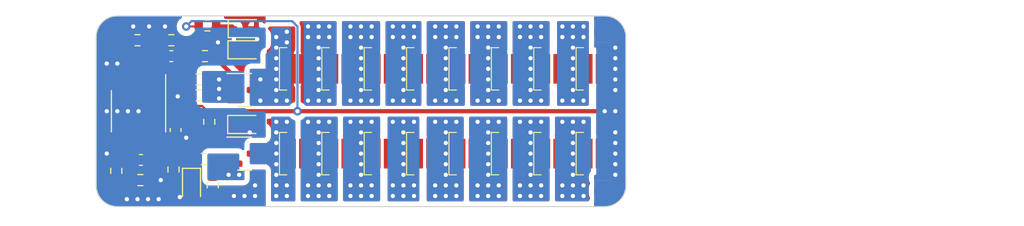
<source format=kicad_pcb>
(kicad_pcb (version 20221018) (generator pcbnew)

  (general
    (thickness 1.6)
  )

  (paper "A4")
  (layers
    (0 "F.Cu" signal)
    (31 "B.Cu" signal)
    (32 "B.Adhes" user "B.Adhesive")
    (33 "F.Adhes" user "F.Adhesive")
    (34 "B.Paste" user)
    (35 "F.Paste" user)
    (36 "B.SilkS" user "B.Silkscreen")
    (37 "F.SilkS" user "F.Silkscreen")
    (38 "B.Mask" user)
    (39 "F.Mask" user)
    (40 "Dwgs.User" user "User.Drawings")
    (41 "Cmts.User" user "User.Comments")
    (42 "Eco1.User" user "User.Eco1")
    (43 "Eco2.User" user "User.Eco2")
    (44 "Edge.Cuts" user)
    (45 "Margin" user)
    (46 "B.CrtYd" user "B.Courtyard")
    (47 "F.CrtYd" user "F.Courtyard")
    (48 "B.Fab" user)
    (49 "F.Fab" user)
    (50 "User.1" user)
    (51 "User.2" user)
    (52 "User.3" user)
    (53 "User.4" user)
    (54 "User.5" user)
    (55 "User.6" user)
    (56 "User.7" user)
    (57 "User.8" user)
    (58 "User.9" user)
  )

  (setup
    (pad_to_mask_clearance 0)
    (pcbplotparams
      (layerselection 0x00010fc_ffffffff)
      (plot_on_all_layers_selection 0x0000000_00000000)
      (disableapertmacros false)
      (usegerberextensions false)
      (usegerberattributes true)
      (usegerberadvancedattributes true)
      (creategerberjobfile true)
      (dashed_line_dash_ratio 12.000000)
      (dashed_line_gap_ratio 3.000000)
      (svgprecision 4)
      (plotframeref false)
      (viasonmask false)
      (mode 1)
      (useauxorigin false)
      (hpglpennumber 1)
      (hpglpenspeed 20)
      (hpglpendiameter 15.000000)
      (dxfpolygonmode true)
      (dxfimperialunits true)
      (dxfusepcbnewfont true)
      (psnegative false)
      (psa4output false)
      (plotreference true)
      (plotvalue true)
      (plotinvisibletext false)
      (sketchpadsonfab false)
      (subtractmaskfromsilk false)
      (outputformat 1)
      (mirror false)
      (drillshape 1)
      (scaleselection 1)
      (outputdirectory "")
    )
  )

  (net 0 "")
  (net 1 "Net-(C1-Pad1)")
  (net 2 "Net-(U1A--)")
  (net 3 "Net-(D1-K)")
  (net 4 "GND")
  (net 5 "Net-(U1A-+)")
  (net 6 "Net-(C4-Pad1)")
  (net 7 "Net-(U1B-+)")
  (net 8 "Net-(D2-K)")
  (net 9 "Net-(U1B--)")
  (net 10 "Net-(D3-K)")
  (net 11 "Net-(D4-K)")
  (net 12 "+24V")
  (net 13 "/LED0_GND")
  (net 14 "/V_{SH0}")
  (net 15 "/LED1_GND")
  (net 16 "/LED0/LED_0_1")
  (net 17 "/LED0/LED_1_2")
  (net 18 "/LED0/LED_2_3")
  (net 19 "/LED0/LED_3_4")
  (net 20 "/LED0/LED_4_5")
  (net 21 "/LED0/LED_5_6")
  (net 22 "/LED0/LED_6_7")
  (net 23 "/LED1/LED_0_1")
  (net 24 "/LED1/LED_1_2")
  (net 25 "/LED1/LED_2_3")
  (net 26 "/LED1/LED_3_4")
  (net 27 "/LED1/LED_4_5")
  (net 28 "/LED1/LED_5_6")
  (net 29 "/LED1/LED_6_7")
  (net 30 "/V_{SH1}")

  (footprint "Package_SO:SOIC-8_3.9x4.9mm_P1.27mm" (layer "F.Cu") (at 32 29 -90))

  (footprint "Resistor_SMD:R_0603_1608Metric" (layer "F.Cu") (at 29.9 34.625 -90))

  (footprint "Resistor_SMD:R_0603_1608Metric" (layer "F.Cu") (at 31.9 22.3))

  (footprint "custom:LM301B" (layer "F.Cu") (at 51 25 90))

  (footprint "custom:LM301B" (layer "F.Cu") (at 63 33 90))

  (footprint "Diode_SMD:D_SOD-323" (layer "F.Cu") (at 42.025 30.25))

  (footprint "Diode_SMD:D_SOD-323" (layer "F.Cu") (at 42.05 23.2))

  (footprint "custom:pad_2x1mm" (layer "F.Cu") (at 76.5 30))

  (footprint "custom:LM301B" (layer "F.Cu") (at 71 25 90))

  (footprint "custom:LM301B" (layer "F.Cu") (at 59 33 90))

  (footprint "custom:pad_2x1mm" (layer "F.Cu") (at 76 36.5))

  (footprint "Diode_SMD:D_SOD-323" (layer "F.Cu") (at 37 36 -90))

  (footprint "Resistor_SMD:R_0603_1608Metric" (layer "F.Cu") (at 38.175 33.5))

  (footprint "custom:pad_2x1mm" (layer "F.Cu") (at 29.5 23))

  (footprint "Resistor_SMD:R_0603_1608Metric" (layer "F.Cu") (at 37.675 26))

  (footprint "Resistor_SMD:R_0603_1608Metric" (layer "F.Cu") (at 38.275 23.8))

  (footprint "custom:LM301B" (layer "F.Cu") (at 55 25 90))

  (footprint "Resistor_SMD:R_0603_1608Metric" (layer "F.Cu") (at 32.175 35.5 180))

  (footprint "custom:LM301B" (layer "F.Cu") (at 67 33 90))

  (footprint "custom:LM301B" (layer "F.Cu") (at 71 33 90))

  (footprint "custom:LM301B" (layer "F.Cu") (at 63 25 90))

  (footprint "custom:LM301B" (layer "F.Cu") (at 51 33 90))

  (footprint "custom:LM301B" (layer "F.Cu") (at 59 25 90))

  (footprint "custom:pad_2x1mm" (layer "F.Cu") (at 76 21.5))

  (footprint "Capacitor_SMD:C_0603_1608Metric" (layer "F.Cu") (at 35.1 23.8 180))

  (footprint "Resistor_SMD:R_0603_1608Metric" (layer "F.Cu") (at 39 36 -90))

  (footprint "Resistor_SMD:R_0603_1608Metric" (layer "F.Cu") (at 35.1 22.3))

  (footprint "Resistor_SMD:R_0603_1608Metric" (layer "F.Cu") (at 35.3 34.5 90))

  (footprint "custom:pad_2x1mm" (layer "F.Cu") (at 28.8 27 90))

  (footprint "custom:pad_2x1mm" (layer "F.Cu") (at 29.5 21.5))

  (footprint "custom:LM301B" (layer "F.Cu") (at 47 33 90))

  (footprint "Capacitor_SMD:C_0603_1608Metric" (layer "F.Cu") (at 35.5 30.775 -90))

  (footprint "Resistor_SMD:R_0603_1608Metric" (layer "F.Cu") (at 37.675 27.5 180))

  (footprint "custom:LM301B" (layer "F.Cu") (at 55 33 90))

  (footprint "custom:pad_2x1mm" (layer "F.Cu") (at 76.5 28))

  (footprint "custom:LM301B" (layer "F.Cu") (at 67 25 90))

  (footprint "Resistor_SMD:R_0603_1608Metric" (layer "F.Cu") (at 38.675 30 -90))

  (footprint "custom:LM301B" (layer "F.Cu") (at 75 25 90))

  (footprint "custom:LM301B" (layer "F.Cu") (at 75 33 90))

  (footprint "Resistor_SMD:R_0603_1608Metric" (layer "F.Cu") (at 38.5 20.9 180))

  (footprint "Capacitor_SMD:C_0603_1608Metric" (layer "F.Cu") (at 32.225 33.6 180))

  (footprint "Package_TO_SOT_SMD:SOT-23" (layer "F.Cu") (at 42.0125 33))

  (footprint "Diode_SMD:D_SOD-323" (layer "F.Cu") (at 42.075 21.2))

  (footprint "custom:LM301B" (layer "F.Cu") (at 47 25 90))

  (footprint "Package_TO_SOT_SMD:SOT-23" (layer "F.Cu") (at 42.0125 27))

  (footprint "custom:pad_2x1mm" (layer "F.Cu") (at 28.8 31 90))

  (gr_line (start 115.5 29) (end 19 29)
    (stroke (width 0.15) (type dash)) (layer "Dwgs.User") (tstamp 75b735a1-5d02-4969-aeb3-520f9bab6870))
  (gr_arc (start 28 22) (mid 28.585786 20.585786) (end 30 20)
    (stroke (width 0.1) (type default)) (layer "Edge.Cuts") (tstamp 58e49bdf-d30d-4269-850b-d6bbc8ad65f4))
  (gr_line (start 30 20) (end 76 20)
    (stroke (width 0.1) (type default)) (layer "Edge.Cuts") (tstamp 675571f9-24c4-4247-8557-394bd006e49d))
  (gr_arc (start 76 20) (mid 77.414214 20.585786) (end 78 22)
    (stroke (width 0.1) (type default)) (layer "Edge.Cuts") (tstamp 677962dc-1e75-4af5-8005-275108f560d9))
  (gr_line (start 78 22) (end 78 36)
    (stroke (width 0.1) (type default)) (layer "Edge.Cuts") (tstamp 88c737bc-f7ce-45c4-bd18-158a7d958ea9))
  (gr_arc (start 78 36) (mid 77.414214 37.414214) (end 76 38)
    (stroke (width 0.1) (type default)) (layer "Edge.Cuts") (tstamp 9aba600e-2401-4cb6-9e35-0518780c4244))
  (gr_line (start 76 38) (end 30 38)
    (stroke (width 0.1) (type default)) (layer "Edge.Cuts") (tstamp d31c231e-87dc-4642-b074-4f7f945f2be6))
  (gr_line (start 28 22) (end 28 36)
    (stroke (width 0.1) (type default)) (layer "Edge.Cuts") (tstamp d48734df-b729-4786-922d-93eac2e6f19f))
  (gr_arc (start 30 38) (mid 28.585786 37.414214) (end 28 36)
    (stroke (width 0.1) (type default)) (layer "Edge.Cuts") (tstamp fba65637-0363-47b0-bc87-3e3eb28459a6))

  (segment (start 35.875 24.555) (end 33.905 26.525) (width 0.4) (layer "F.Cu") (net 1) (tstamp 03d6fc1c-bf2e-47ed-89d7-ba8638f14c6a))
  (segment (start 35.875 23.8) (end 35.875 24.555) (width 0.4) (layer "F.Cu") (net 1) (tstamp 422a4375-a7cc-42bc-b5c8-9dfe730dbf3b))
  (segment (start 37.45 23.8) (end 35.875 23.8) (width 0.4) (layer "F.Cu") (net 1) (tstamp a720abab-095b-49b6-afce-e1cc966e1dbd))
  (segment (start 34.2 28) (end 33.135001 28) (width 0.2) (layer "F.Cu") (net 2) (tstamp 8118c363-908c-406c-876a-89406ef57b46))
  (segment (start 36.2 26) (end 34.2 28) (width 0.2) (layer "F.Cu") (net 2) (tstamp 9d31302b-02dd-494d-ae62-ba296cce28a6))
  (segment (start 33.135001 28) (end 32.635 27.499999) (width 0.2) (layer "F.Cu") (net 2) (tstamp 9e2a0545-e90f-46e0-a654-1c9671166f72))
  (segment (start 36.85 26) (end 36.2 26) (width 0.2) (layer "F.Cu") (net 2) (tstamp a4b80389-b4bb-4fa3-b0aa-0491bc93448e))
  (segment (start 32.635 25.49) (end 32.635 26.525) (width 0.4) (layer "F.Cu") (net 2) (tstamp a94c17e0-6367-4725-89cf-5b9c03773eaa))
  (segment (start 32.635 27.499999) (end 32.635 26.525) (width 0.2) (layer "F.Cu") (net 2) (tstamp efa90252-8c25-4516-92fd-eb4aed2d9993))
  (segment (start 34.325 23.8) (end 32.635 25.49) (width 0.4) (layer "F.Cu") (net 2) (tstamp fbc2819f-f296-4376-ae3b-f0f4ee7c2712))
  (segment (start 39.325 20.9) (end 37.925 22.3) (width 0.4) (layer "F.Cu") (net 3) (tstamp 7a8e2158-f226-49db-ac9e-b5d53913e1e1))
  (segment (start 41.025 21.2) (end 40.825 21) (width 0.4) (layer "F.Cu") (net 3) (tstamp 9489c7c3-209a-4a78-a562-6fc12aace8ec))
  (segment (start 39.425 21) (end 39.325 20.9) (width 0.4) (layer "F.Cu") (net 3) (tstamp 9dcf20cf-b5b2-421f-a4be-15b207e60a9d))
  (segment (start 37.925 22.3) (end 35.925 22.3) (width 0.4) (layer "F.Cu") (net 3) (tstamp a63c8e89-e352-4ab3-9cce-262589d4b2da))
  (segment (start 40.825 21) (end 39.425 21) (width 0.4) (layer "F.Cu") (net 3) (tstamp dd7d1a41-3e05-402c-a3df-054a6fe6305f))
  (segment (start 29 33) (end 28.8 32.8) (width 0.2) (layer "F.Cu") (net 4) (tstamp 098b2e16-1200-4447-a59d-8a0426952042))
  (segment (start 29 30.8) (end 28.8 31) (width 0.5) (layer "F.Cu") (net 4) (tstamp 0d3bfb7e-d015-4fa5-9d60-8d6d60d9f29d))
  (segment (start 43.075 30.425) (end 42.5 31) (width 0.2) (layer "F.Cu") (net 4) (tstamp 180930b2-1536-47cb-83ee-b181b51c8f0f))
  (segment (start 39 36.825) (end 40.825 36.825) (width 0.4) (layer "F.Cu") (net 4) (tstamp 2a5bb72a-c916-4e33-8fbc-0eadfbcdba70))
  (segment (start 40.825 36.825) (end 41 37) (width 0.4) (layer "F.Cu") (net 4) (tstamp 39930c37-80b4-47a8-898c-b3701228c449))
  (segment (start 35.95 37.05) (end 35.9 37.1) (width 0.2) (layer "F.Cu") (net 4) (tstamp 4cc9808d-cdd7-4186-8217-b9a10aeb49ba))
  (segment (start 36.45 31.55) (end 36.5 31.5) (width 0.4) (layer "F.Cu") (net 4) (tstamp 5c539c22-7062-40ee-9b8a-46aee82e80de))
  (segment (start 37 37.05) (end 35.95 37.05) (width 0.2) (layer "F.Cu") (net 4) (tstamp 621cfa3e-1937-4d69-9b7f-633ce6e28dcd))
  (segment (start 43.075 30.25) (end 43.075 30.425) (width 0.2) (layer "F.Cu") (net 4) (tstamp 7dfe3201-300f-43a5-8d21-542355c04b00))
  (segment (start 29 24.5) (end 29 26.8) (width 0.5) (layer "F.Cu") (net 4) (tstamp a0032fd6-0e46-479f-be59-a33ef0f0cf11))
  (segment (start 33 35.5) (end 34.1 35.5) (width 0.2) (layer "F.Cu") (net 4) (tstamp a66edfb2-7184-4d7c-ae04-17b79e9017a0))
  (segment (start 29 26.8) (end 28.8 27) (width 0.5) (layer "F.Cu") (net 4) (tstamp ab74a167-97ec-4974-a5f5-dac4f122a60d))
  (segment (start 29 29) (end 29 30.8) (width 0.5) (layer "F.Cu") (net 4) (tstamp dce2b347-b471-4a91-ac29-b3e1386fa228))
  (segment (start 35.5 31.55) (end 36.45 31.55) (width 0.4) (layer "F.Cu") (net 4) (tstamp e37dd0c1-1d5b-410a-a8aa-1793f856d158))
  (segment (start 28.8 32.8) (end 28.8 31) (width 0.2) (layer "F.Cu") (net 4) (tstamp ff4a4e72-d813-4ade-a159-af84bf60b0ee))
  (via (at 35.9 37.1) (size 0.8) (drill 0.4) (layers "F.Cu" "B.Cu") (net 4) (tstamp 00931aac-3b41-46a9-9d28-c8ef9282b26e))
  (via (at 34.1 35.5) (size 0.8) (drill 0.4) (layers "F.Cu" "B.Cu") (net 4) (tstamp 054dcebe-db9f-41b4-9e5b-b9a30c5d83b9))
  (via (at 41 22.2) (size 0.8) (drill 0.4) (layers "F.Cu" "B.Cu") (free) (net 4) (tstamp 068c0873-b8f3-447e-9b7e-890073f340f3))
  (via (at 30 29) (size 0.8) (drill 0.4) (layers "F.Cu" "B.Cu") (free) (net 4) (tstamp 23796d5f-ced4-41c1-8374-fe74ed6d8dde))
  (via (at 34.5 21) (size 0.8) (drill 0.4) (layers "F.Cu" "B.Cu") (free) (net 4) (tstamp 28592529-9025-419c-afb8-b6e069a4bac8))
  (via (at 30 24.5) (size 0.8) (drill 0.4) (layers "F.Cu" "B.Cu") (free) (net 4) (tstamp 49ea5e54-ae89-46dc-b119-d9ee1ce32889))
  (via (at 39.5 22.5) (size 0.8) (drill 0.4) (layers "F.Cu" "B.Cu") (free) (net 4) (tstamp 62edaafa-992a-493e-a094-7fb7156be8bb))
  (via (at 29 29) (size 0.8) (drill 0.4) (layers "F.Cu" "B.Cu") (free) (net 4) (tstamp 663ab881-9495-4a26-ad39-7e65c98cbb7f))
  (via (at 36.5 31.5) (size 0.8) (drill 0.4) (layers "F.Cu" "B.Cu") (net 4) (tstamp 720fcb7c-b342-4f68-b40c-fbde7a75fd71))
  (via (at 29 33) (size 0.8) (drill 0.4) (layers "F.Cu" "B.Cu") (net 4) (tstamp 746a84f8-3b95-4bbe-96ef-1a81de2fa9ec))
  (via (at 33.9 37.3) (size 0.8) (drill 0.4) (layers "F.Cu" "B.Cu") (free) (net 4) (tstamp 79c681a0-c1b9-48e7-a8f1-c2fa47db6f92))
  (via (at 31.5 21) (size 0.8) (drill 0.4) (layers "F.Cu" "B.Cu") (free) (net 4) (tstamp 7af48286-a338-4b63-a70d-c82f19d809dc))
  (via (at 43 37) (size 0.8) (drill 0.4) (layers "F.Cu" "B.Cu") (free) (net 4) (tstamp 7fc55d72-01b5-43c4-9e2d-e9660bd09e14))
  (via (at 31 29) (size 0.8) (drill 0.4) (layers "F.Cu" "B.Cu") (free) (net 4) (tstamp 80c7dedb-72da-41e6-aff6-cdf3dd66c813))
  (via (at 42 37) (size 0.8) (drill 0.4) (layers "F.Cu" "B.Cu") (free) (net 4) (tstamp 88eca20c-6227-4935-9e07-bda55ddfe532))
  (via (at 31.9 37.3) (size 0.8) (drill 0.4) (layers "F.Cu" "B.Cu") (free) (net 4) (tstamp 8c308440-6cf4-4444-8daf-c2c809312a16))
  (via (at 33 21) (size 0.8) (drill 0.4) (layers "F.Cu" "B.Cu") (free) (net 4) (tstamp 8d806de9-72dd-4ccb-9e76-b7d1a46e4423))
  (via (at 35.7 27.6) (size 0.8) (drill 0.4) (layers "F.Cu" "B.Cu") (free) (net 4) (tstamp 99e65bba-b044-4598-8f66-caed1b6f782a))
  (via (at 29 24.5) (size 0.8) (drill 0.4) (layers "F.Cu" "B.Cu") (free) (net 4) (tstamp a1b45b0a-ff5f-4df7-80f0-620a2062cee1))
  (via (at 32 29) (size 0.8) (drill 0.4) (layers "F.Cu" "B.Cu") (free) (net 4) (tstamp a26989a5-d2a4-4c96-bd9a-366b972a001c))
  (via (at 43 36) (size 0.8) (drill 0.4) (layers "F.Cu" "B.Cu") (free) (net 4) (tstamp d8ec53c4-2392-491f-9f45-afedfe48ca83))
  (via (at 42.5 31) (size 0.8) (drill 0.4) (layers "F.Cu" "B.Cu") (net 4) (tstamp e0d36eb0-ebed-4c1c-a233-43d22a8878af))
  (via (at 43.2 22.2) (size 0.8) (drill 0.4) (layers "F.Cu" "B.Cu") (free) (net 4) (tstamp e2b0b9d3-e638-4c30-a07a-bd870c2bfc59))
  (via (at 30.9 37.3) (size 0.8) (drill 0.4) (layers "F.Cu" "B.Cu") (free) (net 4) (tstamp e9350ce3-ca95-4f51-bcb8-ec6324062b6f))
  (via (at 41 37) (size 0.8) (drill 0.4) (layers "F.Cu" "B.Cu") (net 4) (tstamp f0a4143e-8aa7-4289-9aab-3c388b86566e))
  (via (at 32.9 37.3) (size 0.8) (drill 0.4) (layers "F.Cu" "B.Cu") (free) (net 4) (tstamp fbabcfa8-180f-4d1d-8234-1c869044c125))
  (segment (start 32.725 22.3) (end 32.725 23.075) (width 0.4) (layer "F.Cu") (net 5) (tstamp 0a4f42a3-abf4-4677-b3dd-f7e671957c01))
  (segment (start 32.725 23.075) (end 31.365 24.435) (width 0.4) (layer "F.Cu") (net 5) (tstamp 8169778b-b016-4f28-86b1-338a75da93f0))
  (segment (start 31.365 24.435) (end 31.365 26.525) (width 0.4) (layer "F.Cu") (net 5) (tstamp ca72b118-297f-4480-95ba-660e10b4c7ba))
  (segment (start 34.275 22.3) (end 32.725 22.3) (width 0.4) (layer "F.Cu") (net 5) (tstamp ee958fb0-e453-46d6-b4b1-1f5d5a9f42ac))
  (segment (start 38.675 29.175) (end 38 28.5) (width 0.2) (layer "F.Cu") (net 6) (tstamp 1156420a-635d-4f9a-8f21-982448ab32a1))
  (segment (start 34.1 28.5) (end 32.635 29.965) (width 0.2) (layer "F.Cu") (net 6) (tstamp 2180e936-a4eb-425b-ab3f-b2fa3a2e44a8))
  (segment (start 32.635 29.965) (end 32.635 31.475) (width 0.2) (layer "F.Cu") (net 6) (tstamp 24fd951d-afb1-4875-b1a7-304bea7f6582))
  (segment (start 33 33.6) (end 33 33.5) (width 0.2) (layer "F.Cu") (net 6) (tstamp 415d1ffc-360d-4875-9346-95bd6788c311))
  (segment (start 38 28.5) (end 34.1 28.5) (width 0.2) (layer "F.Cu") (net 6) (tstamp 68850c5e-6e54-4b7d-aa7b-7dc9d3115d3b))
  (segment (start 32.635 33.135) (end 32.635 31.475) (width 0.2) (layer "F.Cu") (net 6) (tstamp 95921e2c-8701-41d5-b3ea-154ebee113e3))
  (segment (start 33 33.5) (end 32.635 33.135) (width 0.2) (layer "F.Cu") (net 6) (tstamp d36e7255-9bb3-4aea-a392-34b871b23a4d))
  (segment (start 31.35 35.5) (end 31.35 35.35) (width 0.2) (layer "F.Cu") (net 7) (tstamp 048fb6a8-549f-4e02-9fd2-e1cb8b9fd3e7))
  (segment (start 29.8 31.77) (end 30.095 31.475) (width 0.2) (layer "F.Cu") (net 7) (tstamp 73eb25fe-8579-4e75-8de9-f8306aafb981))
  (segment (start 31.35 35.35) (end 29.8 33.8) (width 0.2) (layer "F.Cu") (net 7) (tstamp 92c4c02e-8b7c-45d1-bc0e-56d755198910))
  (segment (start 29.8 33.8) (end 29.8 31.77) (width 0.2) (layer "F.Cu") (net 7) (tstamp c13d33f7-3767-4f82-9d8e-3bcecf501e8a))
  (segment (start 40.4 23.8) (end 41 23.2) (width 0.4) (layer "F.Cu") (net 8) (tstamp 76d4abb8-faa8-413d-97aa-34c716c422f3))
  (segment (start 41.075 25.775) (end 39.1 23.8) (width 0.4) (layer "F.Cu") (net 8) (tstamp 925365d4-8dd6-48e9-a039-f404a634cae2))
  (segment (start 39.1 23.8) (end 40.4 23.8) (width 0.4) (layer "F.Cu") (net 8) (tstamp e305897e-1d41-423f-b435-f5c083d42eaa))
  (segment (start 41.075 26.05) (end 41.075 25.775) (width 0.4) (layer "F.Cu") (net 8) (tstamp f487efcb-17de-457c-b670-7b130ac17e39))
  (segment (start 36.375 34.475) (end 32.325 34.475) (width 0.4) (layer "F.Cu") (net 9) (tstamp 2dc40933-ba4d-4c24-abe7-668fa99b04f0))
  (segment (start 31.45 31.56) (end 31.365 31.475) (width 0.4) (layer "F.Cu") (net 9) (tstamp 866fd09b-bc51-4c8e-a07b-8faf66d92ac8))
  (segment (start 37.35 33.5) (end 36.375 34.475) (width 0.4) (layer "F.Cu") (net 9) (tstamp da73f4a5-7c00-4d13-9194-28846ee4687e))
  (segment (start 31.45 33.6) (end 31.45 31.56) (width 0.4) (layer "F.Cu") (net 9) (tstamp e084acb6-ae82-4794-8935-f401aaab453d))
  (segment (start 32.325 34.475) (end 31.45 33.6) (width 0.4) (layer "F.Cu") (net 9) (tstamp e3063197-7361-419f-a0b6-de0afff84746))
  (segment (start 34.125 36.5) (end 30.85 36.5) (width 0.2) (layer "F.Cu") (net 10) (tstamp 050deaad-a9aa-4e8a-bb07-362d5ab19e68))
  (segment (start 37 34.95) (end 36.75 35.2) (width 0.2) (layer "F.Cu") (net 10) (tstamp 06b6703c-7b82-4ab0-a317-0a23990f740b))
  (segment (start 35.425 35.2) (end 35.3 35.325) (width 0.2) (layer "F.Cu") (net 10) (tstamp 1c10556e-5e21-473c-ab7f-3871559eb76f))
  (segment (start 36.75 35.2) (end 35.425 35.2) (width 0.2) (layer "F.Cu") (net 10) (tstamp a5cf8f2d-36f7-4e58-9895-55b73d90e2b4))
  (segment (start 35.3 35.325) (end 34.125 36.5) (width 0.2) (layer "F.Cu") (net 10) (tstamp e03ee902-aaac-4651-bdfa-8e11331b33ce))
  (segment (start 30.85 36.5) (end 29.8 35.45) (width 0.2) (layer "F.Cu") (net 10) (tstamp fbe928be-c885-48cf-9a17-e9b5c90894d4))
  (segment (start 38.675 31.375) (end 39.35 32.05) (width 0.4) (layer "F.Cu") (net 11) (tstamp 2dd91f96-a034-4f4c-a8a1-89e162fbd54d))
  (segment (start 41.075 30.35) (end 40.975 30.25) (width 0.2) (layer "F.Cu") (net 11) (tstamp 8b46bbd8-2664-48f4-b34b-d030cdb3fc18))
  (segment (start 41.075 32.05) (end 41.075 30.35) (width 0.2) (layer "F.Cu") (net 11) (tstamp bb48c68b-cb0d-4522-9612-c34f12caabbc))
  (segment (start 38.675 30.825) (end 38.675 31.375) (width 0.4) (layer "F.Cu") (net 11) (tstamp d9391fab-4ba8-4c72-9fb1-a9b023eb8e90))
  (segment (start 39.35 32.05) (end 41.075 32.05) (width 0.4) (layer "F.Cu") (net 11) (tstamp da834e96-0dab-43f9-925d-7e6247b914c0))
  (segment (start 35.3 33.675) (end 35.3 33.6) (width 0.4) (layer "F.Cu") (net 12) (tstamp 1a3ea947-9f7c-4fc1-9fe7-d75361da37f3))
  (segment (start 41.197098 29) (end 40.197098 30) (width 0.4) (layer "F.Cu") (net 12) (tstamp 35beb264-7470-45a6-b085-a73b40c5ae63))
  (segment (start 35.5 29) (end 34.5 29) (width 0.4) (layer "F.Cu") (net 12) (tstamp 4771e335-87d5-492b-a17d-1a0d7c2b72a1))
  (segment (start 36.5 21) (end 37.575 21) (width 0.2) (layer "F.Cu") (net 12) (tstamp 4c334754-6176-4ab7-a1cd-98524cb01193))
  (segment (start 33.905 32.205) (end 33.905 31.475) (width 0.4) (layer "F.Cu") (net 12) (tstamp 57356539-6703-4c60-b84d-f58be91e45e1))
  (segment (start 35.3 33.6) (end 33.905 32.205) (width 0.4) (layer "F.Cu") (net 12) (tstamp 68fa0bc0-9f5f-44d9-91fa-22fe34ad44b3))
  (segment (start 34.5 29) (end 33.905 29.595) (width 0.4) (layer "F.Cu") (net 12) (tstamp 709732a0-54d6-4012-a587-3056036a0b7d))
  (segment (start 37.575 21) (end 37.675 20.9) (width 0.2) (layer "F.Cu") (net 12) (tstamp 78fd40ac-8e9d-4b21-aed9-a177353191eb))
  (segment (start 40.197098 30) (end 35.5 30) (width 0.4) (layer "F.Cu") (net 12) (tstamp 7b9a7ca5-b74f-4929-ae59-6ff10bae5ad9))
  (segment (start 33.905 29.595) (end 33.905 31.475) (width 0.4) (layer "F.Cu") (net 12) (tstamp 99ff29db-c41f-4249-acee-98825793fa50))
  (segment (start 76 29) (end 41.197098 29) (width 0.4) (layer "F.Cu") (net 12) (tstamp 9a98321b-3d66-4313-9681-101a928268bc))
  (segment (start 35.5 30) (end 35.5 29) (width 0.4) (layer "F.Cu") (net 12) (tstamp d9b771f8-2b4e-4457-bae8-d967221f7615))
  (via (at 77 32) (size 0.8) (drill 0.4) (layers "F.Cu" "B.Cu") (free) (net 12) (tstamp 13f3c521-1849-4888-a292-6c53606a1af8))
  (via (at 77 27) (size 0.8) (drill 0.4) (layers "F.Cu" "B.Cu") (free) (net 12) (tstamp 24737a79-613c-4cfd-ac02-996cddb080ef))
  (via (at 77 26) (size 0.8) (drill 0.4) (layers "F.Cu" "B.Cu") (free) (net 12) (tstamp 2cc9e576-b005-49bf-9831-1d2c3052a6f4))
  (via (at 76 29) (size 0.8) (drill 0.4) (layers "F.Cu" "B.Cu") (free) (net 12) (tstamp 2e0eb9ec-2121-4622-b0b1-c0a68e5dc6ed))
  (via (at 77 35) (size 0.8) (drill 0.4) (layers "F.Cu" "B.Cu") (free) (net 12) (tstamp 3c0456b5-4253-4d80-8ed3-247c16620494))
  (via (at 77 31) (size 0.8) (drill 0.4) (layers "F.Cu" "B.Cu") (free) (net 12) (tstamp 692133c9-5cc6-4f69-84c8-c9413f676fd9))
  (via (at 77 25) (size 0.8) (drill 0.4) (layers "F.Cu" "B.Cu") (free) (net 12) (tstamp 6dd55716-4457-4198-9375-c2c12db8574e))
  (via (at 77 23) (size 0.8) (drill 0.4) (layers "F.Cu" "B.Cu") (free) (net 12) (tstamp 7502f374-3a6d-4489-8b37-a949ece39afe))
  (via (at 77 33) (size 0.8) (drill 0.4) (layers "F.Cu" "B.Cu") (free) (net 12) (tstamp 7670f6db-ede9-417c-9615-45af0d4f5db0))
  (via (at 77 34) (size 0.8) (drill 0.4) (layers "F.Cu" "B.Cu") (free) (net 12) (tstamp 88e66af0-bd2d-493a-8ff3-4e064ae02997))
  (via (at 77 29) (size 0.8) (drill 0.4) (layers "F.Cu" "B.Cu") (free) (net 12) (tstamp afc0c568-6cd9-45bd-9d9b-2d2cc4986517))
  (via (at 77 24) (size 0.8) (drill 0.4) (layers "F.Cu" "B.Cu") (free) (net 12) (tstamp bbfed1d4-0ab7-4a1f-83ba-3a9296c63f2e))
  (via (at 36.5 21) (size 0.8) (drill 0.4) (layers "F.Cu" "B.Cu") (net 12) (tstamp dd2094e6-4540-407f-83df-6e8d950b38a0))
  (via (at 47 29) (size 0.8) (drill 0.4) (layers "F.Cu" "B.Cu") (net 12) (tstamp de4a3e25-5a14-4e4d-9c05-22d3b5cebff6))
  (segment (start 47 21) (end 46.5 20.5) (width 0.2) (layer "B.Cu") (net 12) (tstamp 2530fcd4-c0b5-4d2e-be5e-565df51deec0))
  (segment (start 37 20.5) (end 36.5 21) (width 0.2) (layer "B.Cu") (net 12) (tstamp 3f346495-106e-4d41-a7ec-beb569e07804))
  (segment (start 47 29) (end 47 21) (width 0.2) (layer "B.Cu") (net 12) (tstamp 5b53d2f5-e2b5-4a92-b645-cd689a7aed0f))
  (segment (start 46.5 20.5) (end 37 20.5) (width 0.2) (layer "B.Cu") (net 12) (tstamp e2bf310f-dd8b-48e2-ba5a-15947361d11d))
  (via (at 46 28) (size 0.8) (drill 0.4) (layers "F.Cu" "B.Cu") (free) (net 13) (tstamp 05549410-240d-4fe2-9a31-2e446f72bb3c))
  (via (at 45 27) (size 0.8) (drill 0.4) (layers "F.Cu" "B.Cu") (free) (net 13) (tstamp 0e9b32be-302b-432f-bb4b-1f668e4187bc))
  (via (at 45 24) (size 0.8) (drill 0.4) (layers "F.Cu" "B.Cu") (free) (net 13) (tstamp 1d59d797-03a9-4b6b-936d-e3615b68e1d7))
  (via (at 45 25) (size 0.8) (drill 0.4) (layers "F.Cu" "B.Cu") (free) (net 13) (tstamp 2a6c481f-71f7-4371-95dc-21e3738d2c7d))
  (via (at 46 21.5) (size 0.8) (drill 0.4) (layers "F.Cu" "B.Cu") (free) (net 13) (tstamp 3edba911-6ab1-416e-99d3-19cbd6c858c9))
  (via (at 45 22) (size 0.8) (drill 0.4) (layers "F.Cu" "B.Cu") (free) (net 13) (tstamp 614611ae-7d74-463c-a7ce-274c25c4d430))
  (via (at 45 28) (size 0.8) (drill 0.4) (layers "F.Cu" "B.Cu") (free) (net 13) (tstamp 64be5799-83a3-4483-91e5-60fb7b307cda))
  (via (at 43.5 28) (size 0.8) (drill 0.4) (layers "F.Cu" "B.Cu") (free) (net 13) (tstamp 8cb7189e-b7eb-49ad-bcfb-782d882c909d))
  (via (at 45 23) (size 0.8) (drill 0.4) (layers "F.Cu" "B.Cu") (free) (net 13) (tstamp b926e83a-b3fa-4039-9a97-e014a7cab4a9))
  (via (at 46 22.5) (size 0.8) (drill 0.4) (layers "F.Cu" "B.Cu") (free) (net 13) (tstamp cec32d74-17f7-4aef-b3bd-fc84f6e41385))
  (via (at 45 26) (size 0.8) (drill 0.4) (layers "F.Cu" "B.Cu") (free) (net 13) (tstamp e85642be-c016-4ecd-8e67-89bfd86e25b7))
  (via (at 43.5 26) (size 0.8) (drill 0.4) (layers "F.Cu" "B.Cu") (free) (net 13) (tstamp f5d3c50c-90aa-4757-86d4-e797c7c8540a))
  (via (at 39.6 26) (size 0.8) (drill 0.4) (layers "F.Cu" "B.Cu") (free) (net 14) (tstamp 5af001e8-d44c-44d1-96d9-c6b0dc3e334e))
  (via (at 39.6 27.8) (size 0.8) (drill 0.4) (layers "F.Cu" "B.Cu") (free) (net 14) (tstamp b26e092b-d2c0-43dd-bdf4-7714aed46ef4))
  (via (at 39.6 26.9) (size 0.8) (drill 0.4) (layers "F.Cu" "B.Cu") (free) (net 14) (tstamp ee52a3b8-5e9d-45c2-835e-dd3df0ebbeeb))
  (via (at 45 37) (size 0.8) (drill 0.4) (layers "F.Cu" "B.Cu") (free) (net 15) (tstamp 01792c24-203d-454c-a4e7-fc2d89e5bd18))
  (via (at 45 31) (size 0.8) (drill 0.4) (layers "F.Cu" "B.Cu") (free) (net 15) (tstamp 0d35d4ba-74d7-4803-a166-c10c0a8f9231))
  (via (at 45 33) (size 0.8) (drill 0.4) (layers "F.Cu" "B.Cu") (free) (net 15) (tstamp 0f303ac6-16be-4b6b-a2f2-0b7921d142c2))
  (via (at 46 36) (size 0.8) (drill 0.4) (layers "F.Cu" "B.Cu") (free) (net 15) (tstamp 61193cb1-9608-4403-82b3-e005858b026c))
  (via (at 46 37) (size 0.8) (drill 0.4) (layers "F.Cu" "B.Cu") (free) (net 15) (tstamp 612783c8-974d-48f0-a36a-b0224301c5ca))
  (via (at 45 34) (size 0.8) (drill 0.4) (layers "F.Cu" "B.Cu") (free) (net 15) (tstamp 846009ae-b702-4b7b-87bb-9f059d7ab511))
  (via (at 45 35) (size 0.8) (drill 0.4) (layers "F.Cu" "B.Cu") (free) (net 15) (tstamp 8b1a229a-2d75-413e-abe8-5004b6121177))
  (via (at 45 36) (size 0.8) (drill 0.4) (layers "F.Cu" "B.Cu") (free) (net 15) (tstamp 8f0d7df2-7b7a-4ec4-9f6f-b6df42bfda18))
  (via (at 45 30) (size 0.8) (drill 0.4) (layers "F.Cu" "B.Cu") (free) (net 15) (tstamp 9752f9c3-6e29-4fca-807b-ac05ed6dc77a))
  (via (at 46 30) (size 0.8) (drill 0.4) (layers "F.Cu" "B.Cu") (free) (net 15) (tstamp f564be0b-895c-4651-aa32-9abeb9a47320))
  (via (at 45 32) (size 0.8) (drill 0.4) (layers "F.Cu" "B.Cu") (free) (net 15) (tstamp f89025d4-8019-4918-a663-ca6d036b1b85))
  (via (at 73 23) (size 0.8) (drill 0.4) (layers "F.Cu" "B.Cu") (free) (net 16) (tstamp 0a97ab99-998b-41ac-896f-1c512262e469))
  (via (at 74 28) (size 0.8) (drill 0.4) (layers "F.Cu" "B.Cu") (free) (net 16) (tstamp 123cf9ec-df0a-4f02-a924-73db12a5cd3b))
  (via (at 73 25) (size 0.8) (drill 0.4) (layers "F.Cu" "B.Cu") (free) (net 16) (tstamp 12e42911-ce75-40cd-aae5-4096c8c136cf))
  (via (at 73 27) (size 0.8) (drill 0.4) (layers "F.Cu" "B.Cu") (free) (net 16) (tstamp 1f2d9144-b238-46e2-abc1-b910eee9c5d7))
  (via (at 74 21) (size 0.8) (drill 0.4) (layers "F.Cu" "B.Cu") (free) (net 16) (tstamp 24d5646d-07b7-4a1d-a71f-1aa29a3361dc))
  (via (at 73 26) (size 0.8) (drill 0.4) (layers "F.Cu" "B.Cu") (free) (net 16) (tstamp 2adb4daa-0608-426d-963a-3d82e7eba757))
  (via (at 72 22) (size 0.8) (drill 0.4) (layers "F.Cu" "B.Cu") (free) (net 16) (tstamp 37cd8e23-62fe-4c31-a601-b378619657ad))
  (via (at 74 22) (size 0.8) (drill 0.4) (layers "F.Cu" "B.Cu") (free) (net 16) (tstamp 498a557e-c8ca-4a17-9f94-58ac129fb5c8))
  (via (at 72 28) (size 0.8) (drill 0.4) (layers "F.Cu" "B.Cu") (free) (net 16) (tstamp 4a8c9903-cacd-4e04-8d06-71cfb7fd33e1))
  (via (at 73 24) (size 0.8) (drill 0.4) (layers "F.Cu" "B.Cu") (free) (net 16) (tstamp 8674bac1-d49e-4ad1-a91f-f8b0d53cf14b))
  (via (at 73 21) (size 0.8) (drill 0.4) (layers "F.Cu" "B.Cu") (free) (net 16) (tstamp 9435852b-49fb-4c2a-ada1-8960560400c2))
  (via (at 73 22) (size 0.8) (drill 0.4) (layers "F.Cu" "B.Cu") (free) (net 16) (tstamp a65a217a-37a6-43ec-8143-ff10178a2c1b))
  (via (at 72 21) (size 0.8) (drill 0.4) (layers "F.Cu" "B.Cu") (free) (net 16) (tstamp b8e24a66-f5e5-4c49-aa6a-ef55024658ee))
  (via (at 73 28) (size 0.8) (drill 0.4) (layers "F.Cu" "B.Cu") (free) (net 16) (tstamp edf29578-a8ff-43d6-ae3a-b6a89fef3940))
  (via (at 69 23) (size 0.8) (drill 0.4) (layers "F.Cu" "B.Cu") (free) (net 17) (tstamp 0d5c0c96-13b6-4b10-9146-a6a8d4ceda7f))
  (via (at 69 27) (size 0.8) (drill 0.4) (layers "F.Cu" "B.Cu") (free) (net 17) (tstamp 16a476bd-04cb-442f-b217-539cc3168e76))
  (via (at 70 22) (size 0.8) (drill 0.4) (layers "F.Cu" "B.Cu") (free) (net 17) (tstamp 45b65918-b21b-42cd-aa18-a24bd8d34725))
  (via (at 68 22) (size 0.8) (drill 0.4) (layers "F.Cu" "B.Cu") (free) (net 17) (tstamp 537e2cbb-996c-4980-9434-73146248a183))
  (via (at 70 21) (size 0.8) (drill 0.4) (layers "F.Cu" "B.Cu") (free) (net 17) (tstamp 5f47fac4-422f-44c5-aae2-5307b4243973))
  (via (at 69 21) (size 0.8) (drill 0.4) (layers "F.Cu" "B.Cu") (free) (net 17) (tstamp 5f9a899f-227e-45e1-91b5-21eca93196ec))
  (via (at 69 24) (size 0.8) (drill 0.4) (layers "F.Cu" "B.Cu") (free) (net 17) (tstamp 90432ece-5b62-43c0-93ef-05bdcb03b508))
  (via (at 69 26) (size 0.8) (drill 0.4) (layers "F.Cu" "B.Cu") (free) (net 17) (tstamp 908d908f-dd69-4023-aba4-f09960c8d66e))
  (via (at 69 28) (size 0.8) (drill 0.4) (layers "F.Cu" "B.Cu") (free) (net 17) (tstamp 9a6f63db-95cd-4572-b3fa-170a6630eab1))
  (via (at 68 28) (size 0.8) (drill 0.4) (layers "F.Cu" "B.Cu") (free) (net 17) (tstamp cc86a827-d2cc-4360-9385-f40f10b857df))
  (via (at 68 21) (size 0.8) (drill 0.4) (layers "F.Cu" "B.Cu") (free) (net 17) (tstamp e0a33ef1-8eb5-43e0-909f-f78f66080e10))
  (via (at 69 22) (size 0.8) (drill 0.4) (layers "F.Cu" "B.Cu") (free) (net 17) (tstamp f5cddc40-1e15-4127-901e-296129915666))
  (via (at 69 25) (size 0.8) (drill 0.4) (layers "F.Cu" "B.Cu") (free) (net 17) (tstamp f5d1fd7a-3ef6-4248-81ae-e850af5da92e))
  (via (at 70 28) (size 0.8) (drill 0.4) (layers "F.Cu" "B.Cu") (free) (net 17) (tstamp fea728e3-7e09-4035-84fc-745bee2b7416))
  (via (at 65 28) (size 0.8) (drill 0.4) (layers "F.Cu" "B.Cu") (free) (net 18) (tstamp 010d27a4-1549-48fb-8458-b33393b31a1c))
  (via (at 65 24) (size 0.8) (drill 0.4) (layers "F.Cu" "B.Cu") (free) (net 18) (tstamp 0df24aa6-a73e-49b0-a5da-b2355dcb1604))
  (via (at 64 28) (size 0.8) (drill 0.4) (layers "F.Cu" "B.Cu") (free) (net 18) (tstamp 1e5ba5a4-f998-424e-a4c1-eeeb64c66e76))
  (via (at 65 26) (size 0.8) (drill 0.4) (layers "F.Cu" "B.Cu") (free) (net 18) (tstamp 43755ca8-edeb-44aa-ba5c-9acb1023db22))
  (via (at 66 28) (size 0.8) (drill 0.4) (layers "F.Cu" "B.Cu") (free) (net 18) (tstamp 5024e853-68e3-4e8b-b33f-369fb37cce52))
  (via (at 64 22) (size 0.8) (drill 0.4) (layers "F.Cu" "B.Cu") (free) (net 18) (tstamp 6360a559-ffd5-4184-9c1b-f06668e35a81))
  (via (at 65 23) (size 0.8) (drill 0.4) (layers "F.Cu" "B.Cu") (free) (net 18) (tstamp 67f67b28-b236-4b66-a4eb-c49a2686899a))
  (via (at 65 27) (size 0.8) (drill 0.4) (layers "F.Cu" "B.Cu") (free) (net 18) (tstamp 8d84520a-2917-4f63-834b-ab90194fdeb4))
  (via (at 65 25) (size 0.8) (drill 0.4) (layers "F.Cu" "B.Cu") (free) (net 18) (tstamp 986813b5-cd6a-4650-bea7-9bbaf24d4a76))
  (via (at 66 21) (size 0.8) (drill 0.4) (layers "F.Cu" "B.Cu") (free) (net 18) (tstamp 9db64311-aee7-45ff-b274-3a5b962abb2b))
  (via (at 64 21) (size 0.8) (drill 0.4) (layers "F.Cu" "B.Cu") (free) (net 18) (tstamp a433b7f3-4fb2-4d93-9071-9a6b80c46b36))
  (via (at 66 22) (size 0.8) (drill 0.4) (layers "F.Cu" "B.Cu") (free) (net 18) (tstamp a968e6e0-fa15-4215-8e26-38d527f52e2c))
  (via (at 65 22) (size 0.8) (drill 0.4) (layers "F.Cu" "B.Cu") (free) (net 18) (tstamp b4c7ce11-4d3c-49ac-a769-090b8c4c427e))
  (via (at 65 21) (size 0.8) (drill 0.4) (layers "F.Cu" "B.Cu") (free) (net 18) (tstamp eec67b8e-e20b-438d-8c5d-871430f0d50d))
  (via (at 61 22) (size 0.8) (drill 0.4) (layers "F.Cu" "B.Cu") (free) (net 19) (tstamp 00543b46-27a4-4a69-8370-a601401b7354))
  (via (at 61 26) (size 0.8) (drill 0.4) (layers "F.Cu" "B.Cu") (free) (net 19) (tstamp 1e209b67-bda7-4a46-a1a9-6fba2000bbb3))
  (via (at 61 28) (size 0.8) (drill 0.4) (layers "F.Cu" "B.Cu") (free) (net 19) (tstamp 2833c036-bf4f-4843-b3d9-110a23a9d5a7))
  (via (at 61 27) (size 0.8) (drill 0.4) (layers "F.Cu" "B.Cu") (free) (net 19) (tstamp 386673e8-d2db-45dc-9daf-2649161bbf78))
  (via (at 61 23) (size 0.8) (drill 0.4) (layers "F.Cu" "B.Cu") (free) (net 19) (tstamp 51d7bcfc-911c-4bc3-ab46-471577c631fe))
  (via (at 61 25) (size 0.8) (drill 0.4) (layers "F.Cu" "B.Cu") (free) (net 19) (tstamp 6215d30e-52c7-442d-a655-45d393ed89cc))
  (via (at 61 21) (size 0.8) (drill 0.4) (layers "F.Cu" "B.Cu") (free) (net 19) (tstamp 632d1909-e4d9-430b-b89b-f61ba6753a25))
  (via (at 60 21) (size 0.8) (drill 0.4) (layers "F.Cu" "B.Cu") (free) (net 19) (tstamp 648a9611-0309-4a91-ba46-d98b97b3fcf1))
  (via (at 60 22) (size 0.8) (drill 0.4) (layers "F.Cu" "B.Cu") (free) (net 19) (tstamp 6a756d7c-cfb7-4586-8917-a452d5e742da))
  (via (at 61 24) (size 0.8) (drill 0.4) (layers "F.Cu" "B.Cu") (free) (net 19) (tstamp 78956f82-e7b8-4175-b750-9562e2b71bdb))
  (via (at 62 28) (size 0.8) (drill 0.4) (layers "F.Cu" "B.Cu") (free) (net 19) (tstamp dbf083ef-7230-4883-9ab1-9139f062e939))
  (via (at 62 22) (size 0.8) (drill 0.4) (layers "F.Cu" "B.Cu") (free) (net 19) (tstamp e6100b24-310c-4f85-beb3-839096f059b3))
  (via (at 62 21) (size 0.8) (drill 0.4) (layers "F.Cu" "B.Cu") (free) (net 19) (tstamp e8298d74-066c-41f1-8ca3-f7a92dc64d23))
  (via (at 60 28) (size 0.8) (drill 0.4) (layers "F.Cu" "B.Cu") (free) (net 19) (tstamp e8f40453-80db-4c62-9fbd-b3618fdc0683))
  (via (at 58 21) (size 0.8) (drill 0.4) (layers "F.Cu" "B.Cu") (free) (net 20) (tstamp 0414199a-ec4f-4430-b34a-444188f8b377))
  (via (at 57 25) (size 0.8) (drill 0.4) (layers "F.Cu" "B.Cu") (free) (net 20) (tstamp 0f864a69-298e-4f42-aee3-4fcce70db03a))
  (via (at 57 27) (size 0.8) (drill 0.4) (layers "F.Cu" "B.Cu") (free) (net 20) (tstamp 31cfad4f-c833-4abe-ab49-fc1175d54062))
  (via (at 56 28) (size 0.8) (drill 0.4) (layers "F.Cu" "B.Cu") (free) (net 20) (tstamp 56d39a4a-393b-4732-a362-87279e144254))
  (via (at 57 24) (size 0.8) (drill 0.4) (layers "F.Cu" "B.Cu") (free) (net 20) (tstamp 5b9b8c4e-cb38-411a-9cb2-efe87afb0bf8))
  (via (at 57 28) (size 0.8) (drill 0.4) (layers "F.Cu" "B.Cu") (free) (net 20) (tstamp 69f00f54-8742-40d1-81a2-d1f936b581d6))
  (via (at 57 21) (size 0.8) (drill 0.4) (layers "F.Cu" "B.Cu") (free) (net 20) (tstamp 8501b631-c354-46ab-9aff-2bcb3ea5b2d5))
  (via (at 58 22) (size 0.8) (drill 0.4) (layers "F.Cu" "B.Cu") (free) (net 20) (tstamp 8701e8b5-4645-43b3-b207-e4cf4dcb691d))
  (via (at 57 26) (size 0.8) (drill 0.4) (layers "F.Cu" "B.Cu") (free) (net 20) (tstamp 9054a42b-df34-4f9a-bc08-efead899a6d1))
  (via (at 58 28) (size 0.8) (drill 0.4) (layers "F.Cu" "B.Cu") (free) (net 20) (tstamp 905861ee-a254-4413-9c59-9e7030636cd7))
  (via (at 57 23) (size 0.8) (drill 0.4) (layers "F.Cu" "B.Cu") (free) (net 20) (tstamp bf788b0d-172a-4216-b6c1-1b3576e507ac))
  (via (at 56 22) (size 0.8) (drill 0.4) (layers "F.Cu" "B.Cu") (free) (net 20) (tstamp ddad97e3-53b8-4326-8fb4-527951044504))
  (via (at 56 21) (size 0.8) (drill 0.4) (layers "F.Cu" "B.Cu") (free) (net 20) (tstamp f45c7eb0-39af-4939-abdf-4874a7e1736e))
  (via (at 57 22) (size 0.8) (drill 0.4) (layers "F.Cu" "B.Cu") (free) (net 20) (tstamp f65c4b3d-196b-4b56-b070-c7ded1a01f60))
  (via (at 52 22) (size 0.8) (drill 0.4) (layers "F.Cu" "B.Cu") (free) (net 21) (tstamp 48f87511-b9bc-4764-aa04-74665cb19819))
  (via (at 53 26) (size 0.8) (drill 0.4) (layers "F.Cu" "B.Cu") (free) (net 21) (tstamp 4fc90fa9-b79e-4f36-ba78-db1da90533df))
  (via (at 53 22) (size 0.8) (drill 0.4) (layers "F.Cu" "B.Cu") (free) (net 21) (tstamp 4fe86b6d-f442-4e3e-bf96-20efb6f6310a))
  (via (at 54 22) (size 0.8) (drill 0.4) (layers "F.Cu" "B.Cu") (free) (net 21) (tstamp 62bbbb71-28df-4765-b13b-c5f24e08d4b5))
  (via (at 53 25) (size 0.8) (drill 0.4) (layers "F.Cu" "B.Cu") (free) (net 21) (tstamp 6bccc474-ee35-4d72-9210-3b63fd98e118))
  (via (at 52 21) (size 0.8) (drill 0.4) (layers "F.Cu" "B.Cu") (free) (net 21) (tstamp 98e1b734-a608-4b6a-aad5-e7d448b3b177))
  (via (at 54 28) (size 0.8) (drill 0.4) (layers "F.Cu" "B.Cu") (free) (net 21) (tstamp a2bc345a-6e3d-44ae-b506-d11d8ae6cc55))
  (via (at 54 21) (size 0.8) (drill 0.4) (layers "F.Cu" "B.Cu") (free) (net 21) (tstamp ad2ad17c-9048-4493-8d29-77fca5ebf265))
  (via (at 52 28) (size 0.8) (drill 0.4) (layers "F.Cu" "B.Cu") (free) (net 21) (tstamp ad8ccbd6-3a5a-4656-914e-003d58ba4af4))
  (via (at 53 21) (size 0.8) (drill 0.4) (layers "F.Cu" "B.Cu") (free) (net 21) (tstamp ae50a94a-7fc1-4f3b-a688-3eab2060a69e))
  (via (at 53 24) (size 0.8) (drill 0.4) (layers "F.Cu" "B.Cu") (free) (net 21) (tstamp b52aa394-cbb2-45e8-9e78-4c136e3798b5))
  (via (at 53 23) (size 0.8) (drill 0.4) (layers "F.Cu" "B.Cu") (free) (net 21) (tstamp bb46bf6e-6006-4f4c-9215-681981d38a9f))
  (via (at 53 27) (size 0.8) (drill 0.4) (layers "F.Cu" "B.Cu") (free) (net 21) (tstamp d119683f-5c3f-42f5-9a68-75c6501e1447))
  (via (at 53 28) (size 0.8) (drill 0.4) (layers "F.Cu" "B.Cu") (free) (net 21) (tstamp d47a4016-4a8c-4157-9afc-2a4686d00949))
  (via (at 50 28) (size 0.8) (drill 0.4) (layers "F.Cu" "B.Cu") (free) (net 22) (tstamp 071bc9ef-8900-4c58-b777-277507ec27c5))
  (via (at 48 21) (size 0.8) (drill 0.4) (layers "F.Cu" "B.Cu") (free) (net 22) (tstamp 0bdfb2ce-b4ab-4a86-b5f3-187df8e544ef))
  (via (at 49 27) (size 0.8) (drill 0.4) (layers "F.Cu" "B.Cu") (free) (net 22) (tstamp 12f3ebec-0274-4d70-b9de-442baf8a5869))
  (via (at 50 21) (size 0.8) (drill 0.4) (layers "F.Cu" "B.Cu") (free) (net 22) (tstamp 19738c13-b18d-40d4-aa8e-0bbadcf1a3a4))
  (via (at 49 21) (size 0.8) (drill 0.4) (layers "F.Cu" "B.Cu") (free) (net 22) (tstamp 3e93bb9c-49c5-4ed7-bd78-eabc54508520))
  (via (at 49 24) (size 0.8) (drill 0.4) (layers "F.Cu" "B.Cu") (free) (net 22) (tstamp 42296c9d-c5fa-4a1a-bc1c-542b17308626))
  (via (at 49 23) (size 0.8) (drill 0.4) (layers "F.Cu" "B.Cu") (free) (net 22) (tstamp 62fb144a-08c2-4f0a-b5f6-42ac0e718edf))
  (via (at 48 22) (size 0.8) (drill 0.4) (layers "F.Cu" "B.Cu") (free) (net 22) (tstamp 67c8e696-9442-4017-9dce-286fd180b6c8))
  (via (at 48 28) (size 0.8) (drill 0.4) (layers "F.Cu" "B.Cu") (free) (net 22) (tstamp 6edb4ef0-ecba-4ba8-974b-2a327a05f1ec))
  (via (at 49 25) (size 0.8) (drill 0.4) (layers "F.Cu" "B.Cu") (free) (net 22) (tstamp b27062ce-c9f0-4f67-9eee-cba427a47566))
  (via (at 49 22) (size 0.8) (drill 0.4) (layers "F.Cu" "B.Cu") (free) (net 22) (tstamp b67e1c31-916b-4fb5-8d95-cdb3a33046d4))
  (via (at 49 26) (size 0.8) (drill 0.4) (layers "F.Cu" "B.Cu") (free) (net 22) (tstamp bb89e32e-3a94-4f76-a7c4-bbbe7bf4b468))
  (via (at 50 22) (size 0.8) (drill 0.4) (layers "F.Cu" "B.Cu") (free) (net 22) (tstamp c494a6db-2e3a-45f6-9361-d5280d5b42c4))
  (via (at 49 28) (size 0.8) (drill 0.4) (layers "F.Cu" "B.Cu") (free) (net 22) (tstamp c7d651a1-0f5e-4478-a2b5-951efdfc0ebc))
  (via (at 72 30) (size 0.8) (drill 0.4) (layers "F.Cu" "B.Cu") (free) (net 23) (tstamp 00b70254-0e5c-49e1-92dd-93da552d5b5f))
  (via (at 73 30) (size 0.8) (drill 0.4) (layers "F.Cu" "B.Cu") (free) (net 23) (tstamp 1a4fadfa-33c5-4b47-ab69-5eb94893b1c7))
  (via (at 73 31) (size 0.8) (drill 0.4) (layers "F.Cu" "B.Cu") (free) (net 23) (tstamp 1d75f8fb-6fd1-4fe4-8b9d-ff496f8e7296))
  (via (at 73 33) (size 0.8) (drill 0.4) (layers "F.Cu" "B.Cu") (free) (net 23) (tstamp 1d7d6f39-7b11-445c-8489-957c2f2fb7cd))
  (via (at 74 37) (size 0.8) (drill 0.4) (layers "F.Cu" "B.Cu") (free) (net 23) (tstamp 2623014e-77e7-44cc-a073-9cf0019a4992))
  (via (at 73 32) (size 0.8) (drill 0.4) (layers "F.Cu" "B.Cu") (free) (net 23) (tstamp 3113b169-eff2-49e7-99a4-93bdcc754c10))
  (via (at 73 37) (size 0.8) (drill 0.4) (layers "F.Cu" "B.Cu") (free) (net 23) (tstamp 4f791bd7-dd68-4257-9bb6-4c531971c242))
  (via (at 74 30) (size 0.8) (drill 0.4) (layers "F.Cu" "B.Cu") (free) (net 23) (tstamp 6c867897-ccbb-4dcc-86b1-a9b91fc284ed))
  (via (at 73 36) (size 0.8) (drill 0.4) (layers "F.Cu" "B.Cu") (free) (net 23) (tstamp 77b99d67-8905-4cfb-b63a-409099f6fc19))
  (via (at 73 35) (size 0.8) (drill 0.4) (layers "F.Cu" "B.Cu") (free) (net 23) (tstamp 7edc6bba-3417-44fe-9663-804009fa5b7a))
  (via (at 72 36) (size 0.8) (drill 0.4) (layers "F.Cu" "B.Cu") (free) (net 23) (tstamp 8b7e58b4-8d7c-40a0-9d48-7c21caa65c7c))
  (via (at 73 34) (size 0.8) (drill 0.4) (layers "F.Cu" "B.Cu") (free) (net 23) (tstamp 8c0f3ee3-43f5-42cf-bb3e-b76675b9700a))
  (via (at 72 37) (size 0.8) (drill 0.4) (layers "F.Cu" "B.Cu") (free) (net 23) (tstamp 999e6fc9-a962-427f-9343-7a919788da0c))
  (via (at 74 36) (size 0.8) (drill 0.4) (layers "F.Cu" "B.Cu") (free) (net 23) (tstamp c1963cca-ca20-4e33-b7a1-7809ae054665))
  (via (at 69 33) (size 0.8) (drill 0.4) (layers "F.Cu" "B.Cu") (free) (net 24) (tstamp 015a8fd8-fcc3-448f-a9a5-974fb1a9c1bf))
  (via (at 69 31) (size 0.8) (drill 0.4) (layers "F.Cu" "B.Cu") (free) (net 24) (tstamp 03366e55-cc6e-4562-93e5-bf5461e821fe))
  (via (at 69 36) (size 0.8) (drill 0.4) (layers "F.Cu" "B.Cu") (free) (net 24) (tstamp 03cab849-4b95-442a-90ad-6484ee997ae2))
  (via (at 70 37) (size 0.8) (drill 0.4) (layers "F.Cu" "B.Cu") (free) (net 24) (tstamp 149b4bff-af53-4ebd-b7da-55a9646978ff))
  (via (at 69 37) (size 0.8) (drill 0.4) (layers "F.Cu" "B.Cu") (free) (net 24) (tstamp 1bbb77db-bc42-492a-9d9b-cbec8b6f46a7))
  (via (at 70 36) (size 0.8) (drill 0.4) (layers "F.Cu" "B.Cu") (free) (net 24) (tstamp 25be4451-39c6-4b2e-a7fc-f24c1b551d3d))
  (via (at 70 30) (size 0.8) (drill 0.4) (layers "F.Cu" "B.Cu") (free) (net 24) (tstamp 266a1180-04ae-43f8-9ec3-a599249aebbd))
  (via (at 69 30) (size 0.8) (drill 0.4) (layers "F.Cu" "B.Cu") (free) (net 24) (tstamp 2b374f1a-7035-4ae8-8033-d143a4b26449))
  (via (at 68 30) (size 0.8) (drill 0.4) (layers "F.Cu" "B.Cu") (free) (net 24) (tstamp 306181c1-5822-407b-a619-dceb31918cc5))
  (via (at 69 35) (size 0.8) (drill 0.4) (layers "F.Cu" "B.Cu") (free) (net 24) (tstamp 327f9bb5-c437-49e0-bb12-29d39798c9b5))
  (via (at 69 32) (size 0.8) (drill 0.4) (layers "F.Cu" "B.Cu") (free) (net 24) (tstamp 668b5ec5-3089-49ac-9c59-a16c4dc92bb3))
  (via (at 68 37) (size 0.8) (drill 0.4) (layers "F.Cu" "B.Cu") (free) (net 24) (tstamp a227a3d4-3618-4c78-a690-87e3e4d15bd6))
  (via (at 69 34) (size 0.8) (drill 0.4) (layers "F.Cu" "B.Cu") (free) (net 24) (tstamp e563d9a9-0151-429a-a16a-b2e671c1d5ac))
  (via (at 68 36) (size 0.8) (drill 0.4) (layers "F.Cu" "B.Cu") (free) (net 24) (tstamp f188198a-8cf2-4132-ae72-2d5f28f8b9a4))
  (via (at 65 34) (size 0.8) (drill 0.4) (layers "F.Cu" "B.Cu") (free) (net 25) (tstamp 1810c885-648e-43a5-a7ce-6f6b39327f96))
  (via (at 64 36) (size 0.8) (drill 0.4) (layers "F.Cu" "B.Cu") (free) (net 25) (tstamp 230af097-952a-41cc-a726-dae50e6720a3))
  (via (at 65 36) (size 0.8) (drill 0.4) (layers "F.Cu" "B.Cu") (free) (net 25) (tstamp 283a463e-3d4b-4aec-9961-b925d9225db4))
  (via (at 66 36) (size 0.8) (drill 0.4) (layers "F.Cu" "B.Cu") (free) (net 25) (tstamp 3567f214-43ca-44fc-9eae-75fcae59eaae))
  (via (at 64 37) (size 0.8) (drill 0.4) (layers "F.Cu" "B.Cu") (free) (net 25) (tstamp 3dcdedfa-ccca-44fd-a775-dde964d03935))
  (via (at 65 32) (size 0.8) (drill 0.4) (layers "F.Cu" "B.Cu") (free) (net 25) (tstamp 4648f8e8-fe3e-497d-8222-6ca9bea882cc))
  (via (at 65 30) (size 0.8) (drill 0.4) (layers "F.Cu" "B.Cu") (free) (net 25) (tstamp 5682a4b2-5054-4f9c-9830-06bd1c0fbee9))
  (via (at 65 35) (size 0.8) (drill 0.4) (layers "F.Cu" "B.Cu") (free) (net 25) (tstamp 6cf5a7b3-e95d-4a78-8f71-00c80b89ec7a))
  (via (at 65 31) (size 0.8) (drill 0.4) (layers "F.Cu" "B.Cu") (free) (net 25) (tstamp 81bcf7d6-3683-4fb3-971c-deb46375764a))
  (via (at 65 33) (size 0.8) (drill 0.4) (layers "F.Cu" "B.Cu") (free) (net 25) (tstamp 86475d39-24dc-4870-8c85-e709fee034e5))
  (via (at 66 30) (size 0.8) (drill 0.4) (layers "F.Cu" "B.Cu") (free) (net 25) (tstamp 95efbbb9-163e-461e-ac61-fc3e3a486662))
  (via (at 64 30) (size 0.8) (drill 0.4) (layers "F.Cu" "B.Cu") (free) (net 25) (tstamp 9c45ff7c-41de-4179-8900-2b31db7f55c7))
  (via (at 66 37) (size 0.8) (drill 0.4) (layers "F.Cu" "B.Cu") (free) (net 25) (tstamp aaf6696c-9db2-4dec-b97d-f8b52ecaf625))
  (via (at 65 37) (size 0.8) (drill 0.4) (layers "F.Cu" "B.Cu") (free) (net 25) (tstamp e708696b-3ac9-4e0a-b70d-10d391881f96))
  (via (at 61 32) (size 0.8) (drill 0.4) (layers "F.Cu" "B.Cu") (free) (net 26) (tstamp 0cc0a765-0328-4b0d-9c2d-21804c4d6dce))
  (via (at 62 30) (size 0.8) (drill 0.4) (layers "F.Cu" "B.Cu") (free) (net 26) (tstamp 3ad8e6e6-9f7d-4371-8460-250c201d7a86))
  (via (at 61 37) (size 0.8) (drill 0.4) (layers "F.Cu" "B.Cu") (free) (net 26) (tstamp 502208a4-d637-4ad3-9f0e-047128e7221f))
  (via (at 61 36) (size 0.8) (drill 0.4) (layers "F.Cu" "B.Cu") (free) (net 26) (tstamp 504eeb45-104d-4489-ae1d-43e894a04462))
  (via (at 61 35) (size 0.8) (drill 0.4) (layers "F.Cu" "B.Cu") (free) (net 26) (tstamp 72b26842-d2b7-480a-a90c-3782c85ca181))
  (via (at 62 37) (size 0.8) (drill 0.4) (layers "F.Cu" "B.Cu") (free) (net 26) (tstamp 763be6d0-0d0b-4aea-bd50-85a743204b7d))
  (via (at 62 36) (size 0.8) (drill 0.4) (layers "F.Cu" "B.Cu") (free) (net 26) (tstamp a62c0792-a051-4c7c-adf3-69b6873bb73b))
  (via (at 60 36) (size 0.8) (drill 0.4) (layers "F.Cu" "B.Cu") (free) (net 26) (tstamp acd744ca-4350-4bb6-9896-bdff25db20b8))
  (via (at 60 37) (size 0.8) (drill 0.4) (layers "F.Cu" "B.Cu") (free) (net 26) (tstamp b4a92a7e-6e32-4f22-a051-61edf26080dc))
  (via (at 61 33) (size 0.8) (drill 0.4) (layers "F.Cu" "B.Cu") (free) (net 26) (tstamp cdec4d4c-82f5-4aa6-b7a9-f02fdc7c0b33))
  (via (at 61 31) (size 0.8) (drill 0.4) (layers "F.Cu" "B.Cu") (free) (net 26) (tstamp d8b6e806-cc23-456f-bb0f-b994d405aa27))
  (via (at 61 34) (size 0.8) (drill 0.4) (layers "F.Cu" "B.Cu") (free) (net 26) (tstamp dea7bc53-f789-4ee0-b811-cbe6fb8adac4))
  (via (at 61 30) (size 0.8) (drill 0.4) (layers "F.Cu" "B.Cu") (free) (net 26) (tstamp f34c930e-b68d-40d3-842d-8c29e3d57d19))
  (via (at 60 30) (size 0.8) (drill 0.4) (layers "F.Cu" "B.Cu") (free) (net 26) (tstamp ffeee8e7-6ba7-4e98-9465-7be8219c19f3))
  (via (at 57 37) (size 0.8) (drill 0.4) (layers "F.Cu" "B.Cu") (free) (net 27) (tstamp 1322d519-7e09-4210-94ce-d5ccf655c05c))
  (via (at 58 36) (size 0.8) (drill 0.4) (layers "F.Cu" "B.Cu") (free) (net 27) (tstamp 484d29c6-34d7-4aeb-9608-2eb3bee56fe6))
  (via (at 57 33) (size 0.8) (drill 0.4) (layers "F.Cu" "B.Cu") (free) (net 27) (tstamp 4c62f193-49fd-48f4-a094-78665d5cff35))
  (via (at 57 34) (size 0.8) (drill 0.4) (layers "F.Cu" "B.Cu") (free) (net 27) (tstamp 57f1efcf-1188-4b61-b0d8-64de1c291ecb))
  (via (at 58 30) (size 0.8) (drill 0.4) (layers "F.Cu" "B.Cu") (free) (net 27) (tstamp 699806aa-300f-45f9-a1f7-6f4e7f63a146))
  (via (at 56 30) (size 0.8) (drill 0.4) (layers "F.Cu" "B.Cu") (free) (net 27) (tstamp 725b3a6f-b646-4c8e-a125-3afb935cdd01))
  (via (at 57 32) (size 0.8) (drill 0.4) (layers "F.Cu" "B.Cu") (free) (net 27) (tstamp 81a320f1-bf9b-4756-ae17-2a4e3345f768))
  (via (at 57 31) (size 0.8) (drill 0.4) (layers "F.Cu" "B.Cu") (free) (net 27) (tstamp 8b2c4659-4f3f-429e-8748-258398a54def))
  (via (at 58 37) (size 0.8) (drill 0.4) (layers "F.Cu" "B.Cu") (free) (net 27) (tstamp 9d07dc6f-6a73-4d72-9294-df20bfdbe35c))
  (via (at 57 30) (size 0.8) (drill 0.4) (layers "F.Cu" "B.Cu") (free) (net 27) (tstamp a55c3a91-46f5-4b8d-9d14-c9a2bf1ba7d4))
  (via (at 56 36) (size 0.8) (drill 0.4) (layers "F.Cu" "B.Cu") (free) (net 27) (tstamp ac50e0fc-2ba3-41d9-beee-34000d87573e))
  (via (at 56 37) (size 0.8) (drill 0.4) (layers "F.Cu" "B.Cu") (free) (net 27) (tstamp c109c66c-0b57-4a65-9409-8ab1aec86586))
  (via (at 57 36) (size 0.8) (drill 0.4) (layers "F.Cu" "B.Cu") (free) (net 27) (tstamp c345418d-0cbf-4eee-943e-f93d8cadfd57))
  (via (at 57 35) (size 0.8) (drill 0.4) (layers "F.Cu" "B.Cu") (free) (net 27) (tstamp d44b4455-f9d1-4f7e-8cc4-428213908589))
  (via (at 54 30) (size 0.8) (drill 0.4) (layers "F.Cu" "B.Cu") (free) (net 28) (tstamp 06e9bbb7-cc45-4421-9823-875ad7d2eb81))
  (via (at 53 37) (size 0.8) (drill 0.4) (layers "F.Cu" "B.Cu") (free) (net 28) (tstamp 0e1c3773-451b-4bf3-804e-0fb1b6b0d21e))
  (via (at 53 36) (size 0.8) (drill 0.4) (layers "F.Cu" "B.Cu") (free) (net 28) (tstamp 27577cf0-c859-4dd5-9eb7-4d36f6b3e71e))
  (via (at 52 30) (size 0.8) (drill 0.4) (layers "F.Cu" "B.Cu") (free) (net 28) (tstamp 2de68a8a-b55b-424f-a7e0-01c1d5eaacd0))
  (via (at 54 37) (size 0.8) (drill 0.4) (layers "F.Cu" "B.Cu") (free) (net 28) (tstamp 3ea55fcc-7990-4306-8b53-f115a106c377))
  (via (at 53 34) (size 0.8) (drill 0.4) (layers "F.Cu" "B.Cu") (free) (net 28) (tstamp 4fc1d34b-fdfa-420b-9469-dac573d731fa))
  (via (at 54 36) (size 0.8) (drill 0.4) (layers "F.Cu" "B.Cu") (free) (net 28) (tstamp 7266ae2a-2952-4fba-b1cb-2001ab3478cd))
  (via (at 53 33) (size 0.8) (drill 0.4) (layers "F.Cu" "B.Cu") (free) (net 28) (tstamp 7b6d515d-0513-4ae8-b243-cc6324e997c3))
  (via (at 53 30) (size 0.8) (drill 0.4) (layers "F.Cu" "B.Cu") (free) (net 28) (tstamp 9e256754-72ef-48f8-b933-bc7cdffe3929))
  (via (at 53 32) (size 0.8) (drill 0.4) (layers "F.Cu" "B.Cu") (free) (net 28) (tstamp b057c88f-1482-499e-8dd0-b820b444f2e9))
  (via (at 53 31) (size 0.8) (drill 0.4) (layers "F.Cu" "B.Cu") (free) (net 28) (tstamp c640a430-a0cc-4b8e-9942-56f188ec59a3))
  (via (at 53 35) (size 0.8) (drill 0.4) (layers "F.Cu" "B.Cu") (free) (net 28) (tstamp cea338ac-4687-4f36-9574-f77ba4625b0e))
  (via (at 52 37) (size 0.8) (drill 0.4) (layers "F.Cu" "B.Cu") (free) (net 28) (tstamp ea4b057f-cbe6-46c0-a60f-35d5941aaad9))
  (via (at 52 36) (size 0.8) (drill 0.4) (layers "F.Cu" "B.Cu") (free) (net 28) (tstamp ff85526a-32b7-4529-b232-6b776379ac2f))
  (via (at 50 37) (size 0.8) (drill 0.4) (layers "F.Cu" "B.Cu") (free) (net 29) (tstamp 020ab5bc-ba72-4d60-8ec5-536902f7ed2e))
  (via (at 48 30) (size 0.8) (drill 0.4) (layers "F.Cu" "B.Cu") (free) (net 29) (tstamp 1ca817fa-757f-4861-918a-c0f433d18c3d))
  (via (at 48 36) (size 0.8) (drill 0.4) (layers "F.Cu" "B.Cu") (free) (net 29) (tstamp 2d3f3f5b-2adb-4bf3-afae-ee0983499c22))
  (via (at 49 34) (size 0.8) (drill 0.4) (layers "F.Cu" "B.Cu") (free) (net 29) (tstamp 52bd62fd-3c2c-4605-9b4b-bb4f9a3cde36))
  (via (at 50 30) (size 0.8) (drill 0.4) (layers "F.Cu" "B.Cu") (free) (net 29) (tstamp 590a0c76-9384-4fa0-bbc6-ad9be18a7845))
  (via (at 48 37) (size 0.8) (drill 0.4) (layers "F.Cu" "B.Cu") (free) (net 29) (tstamp 6a35d28c-a712-43a6-9e33-aef34b1e20f5))
  (via (at 49 32) (size 0.8) (drill 0.4) (layers "F.Cu" "B.Cu") (free) (net 29) (tstamp 6fcee51d-5b9b-41a1-8c86-bd5f929c9200))
  (via (at 49 33) (size 0.8) (drill 0.4) (layers "F.Cu" "B.Cu") (free) (net 29) (tstamp 795200a1-9bdb-4823-8752-5a62042a2510))
  (via (at 49 31) (size 0.8) (drill 0.4) (layers "F.Cu" "B.Cu") (free) (net 29) (tstamp 98e2210d-8d15-4a2a-ae58-7c557e3abfd9))
  (via (at 49 37) (size 0.8) (drill 0.4) (layers "F.Cu" "B.Cu") (free) (net 29) (tstamp a081af38-14bb-4227-b8e3-a682b6e9199c))
  (via (at 49 36) (size 0.8) (drill 0.4) (layers "F.Cu" "B.Cu") (free) (net 29) (tstamp af02182c-f785-4e61-a635-c3c999e90f83))
  (via (at 49 35) (size 0.8) (drill 0.4) (layers "F.Cu" "B.Cu") (free) (net 29) (tstamp b0f084d6-f519-4cb8-9034-6a9a68051213))
  (via (at 50 36) (size 0.8) (drill 0.4) (layers "F.Cu" "B.Cu") (free) (net 29) (tstamp c4bcff3b-335e-40ec-b629-f27c3af6ffcf))
  (via (at 49 30) (size 0.8) (drill 0.4) (layers "F.Cu" "B.Cu") (free) (net 29) (tstamp f196125a-8828-40d6-ba13-865652324b7a))
  (via (at 40.5 35) (size 0.8) (drill 0.4) (layers "F.Cu" "B.Cu") (free) (net 30) (tstamp 12c2a907-760e-4444-8c92-ecb31931dd2b))
  (via (at 41.5 35) (size 0.8) (drill 0.4) (layers "F.Cu" "B.Cu") (free) (net 30) (tstamp c739eaf2-7ac2-48f4-9e8a-5545ceb65292))

  (zone (net 12) (net_name "+24V") (layers "F&B.Cu") (tstamp 048b4db1-ee8a-48fe-8d50-615ae35f6701) (hatch edge 0.5)
    (priority 1)
    (connect_pads (clearance 0.5))
    (min_thickness 0.25) (filled_areas_thickness no)
    (fill yes (thermal_gap 0.5) (thermal_bridge_width 0.5))
    (polygon
      (pts
        (xy 78 20)
        (xy 75 20)
        (xy 75 23)
        (xy 78 23)
      )
    )
    (filled_polygon
      (layer "F.Cu")
      (pts
        (xy 75.200019 22.499999)
        (xy 75.801647 22.499999)
        (xy 75.80165 22.5)
        (xy 75.2 22.5)
        (xy 75.2 23)
        (xy 75.124 23)
        (xy 75.056961 22.980315)
        (xy 75.011206 22.927511)
        (xy 75 22.876)
        (xy 75 22.616879)
        (xy 75.019685 22.54984)
        (xy 75.072489 22.504085)
        (xy 75.136603 22.493521)
      )
    )
    (filled_polygon
      (layer "F.Cu")
      (pts
        (xy 76.004042 20.000764)
        (xy 76.083586 20.005978)
        (xy 76.083767 20.005991)
        (xy 76.261587 20.018709)
        (xy 76.276904 20.020772)
        (xy 76.388378 20.042945)
        (xy 76.390437 20.043374)
        (xy 76.53024 20.073786)
        (xy 76.543703 20.077522)
        (xy 76.657725 20.116228)
        (xy 76.661074 20.11742)
        (xy 76.788808 20.165062)
        (xy 76.8003 20.170024)
        (xy 76.910687 20.224461)
        (xy 76.915187 20.226798)
        (xy 77.032478 20.290844)
        (xy 77.041942 20.296574)
        (xy 77.145269 20.365615)
        (xy 77.150688 20.36945)
        (xy 77.232165 20.430443)
        (xy 77.274037 20.486377)
        (xy 77.279021 20.556068)
        (xy 77.245536 20.617391)
        (xy 77.224882 20.628668)
        (xy 76.353553 21.499999)
        (xy 76.353553 21.5)
        (xy 77.204442 22.350889)
        (xy 77.204443 22.350889)
        (xy 77.218343 22.342317)
        (xy 77.342317 22.218342)
        (xy 77.434356 22.069124)
        (xy 77.434358 22.069119)
        (xy 77.489505 21.902697)
        (xy 77.489506 21.90269)
        (xy 77.499999 21.799986)
        (xy 77.499999 21.200028)
        (xy 77.499998 21.200012)
        (xy 77.489506 21.097304)
        (xy 77.475673 21.05556)
        (xy 77.473271 20.985731)
        (xy 77.509002 20.925689)
        (xy 77.571523 20.894496)
        (xy 77.640982 20.902056)
        (xy 77.695328 20.945969)
        (xy 77.696484 20.947669)
        (xy 77.703427 20.958061)
        (xy 77.709154 20.96752)
        (xy 77.773183 21.084779)
        (xy 77.775564 21.089363)
        (xy 77.829969 21.199687)
        (xy 77.834938 21.211196)
        (xy 77.882556 21.338863)
        (xy 77.883793 21.342338)
        (xy 77.92247 21.456276)
        (xy 77.926217 21.469777)
        (xy 77.956613 21.609508)
        (xy 77.957064 21.611675)
        (xy 77.979224 21.72308)
        (xy 77.981291 21.738425)
        (xy 77.993995 21.916046)
        (xy 77.994045 21.916781)
        (xy 77.999234 21.995941)
        (xy 77.9995 22.004052)
        (xy 77.9995 22.5)
        (xy 76.430702 22.5)
        (xy 76.430716 22.499999)
        (xy 76.646446 22.499999)
        (xy 76.646446 22.499998)
        (xy 75.734128 21.58768)
        (xy 75.700643 21.526357)
        (xy 75.705627 21.456665)
        (xy 75.734128 21.412318)
        (xy 76 21.146447)
        (xy 76.646446 20.5)
        (xy 75.200028 20.5)
        (xy 75.20001 20.500001)
        (xy 75.136601 20.506479)
        (xy 75.067908 20.493709)
        (xy 75.017024 20.445828)
        (xy 75 20.383121)
        (xy 75 20.1245)
        (xy 75.019685 20.057461)
        (xy 75.072489 20.011706)
        (xy 75.124 20.0005)
        (xy 75.995935 20.0005)
      )
    )
    (filled_polygon
      (layer "B.Cu")
      (pts
        (xy 76.004042 20.000764)
        (xy 76.083586 20.005978)
        (xy 76.083767 20.005991)
        (xy 76.261587 20.018709)
        (xy 76.276904 20.020772)
        (xy 76.388378 20.042945)
        (xy 76.390437 20.043374)
        (xy 76.53024 20.073786)
        (xy 76.543703 20.077522)
        (xy 76.657725 20.116228)
        (xy 76.661074 20.11742)
        (xy 76.788808 20.165062)
        (xy 76.8003 20.170024)
        (xy 76.910687 20.224461)
        (xy 76.915187 20.226798)
        (xy 77.032478 20.290844)
        (xy 77.041942 20.296574)
        (xy 77.145269 20.365615)
        (xy 77.150688 20.36945)
        (xy 77.256727 20.44883)
        (xy 77.264145 20.454844)
        (xy 77.357976 20.537131)
        (xy 77.363898 20.542678)
        (xy 77.45732 20.6361)
        (xy 77.462867 20.642022)
        (xy 77.54515 20.735848)
        (xy 77.551173 20.743278)
        (xy 77.588691 20.793396)
        (xy 77.630548 20.84931)
        (xy 77.634383 20.854729)
        (xy 77.703424 20.958056)
        (xy 77.709154 20.96752)
        (xy 77.773183 21.084779)
        (xy 77.775564 21.089363)
        (xy 77.829969 21.199687)
        (xy 77.834938 21.211196)
        (xy 77.882556 21.338863)
        (xy 77.883793 21.342338)
        (xy 77.92247 21.456276)
        (xy 77.926217 21.469777)
        (xy 77.956613 21.609508)
        (xy 77.957064 21.611675)
        (xy 77.979224 21.72308)
        (xy 77.981291 21.738425)
        (xy 77.993995 21.916046)
        (xy 77.994045 21.916781)
        (xy 77.999234 21.995941)
        (xy 77.9995 22.004052)
        (xy 77.9995 22.5)
        (xy 75.2 22.5)
        (xy 75.2 23)
        (xy 75.124 23)
        (xy 75.056961 22.980315)
        (xy 75.011206 22.927511)
        (xy 75 22.876)
        (xy 75 20.1245)
        (xy 75.019685 20.057461)
        (xy 75.072489 20.011706)
        (xy 75.124 20.0005)
        (xy 75.995935 20.0005)
      )
    )
  )
  (zone (net 30) (net_name "/V_{SH1}") (layers "F&B.Cu") (tstamp 06b05056-025d-44ae-ac06-9654249d5e47) (hatch edge 0.5)
    (priority 5)
    (connect_pads yes (clearance 0.5))
    (min_thickness 0.25) (filled_areas_thickness no)
    (fill yes (thermal_gap 0.5) (thermal_bridge_width 0.5))
    (polygon
      (pts
        (xy 38.5 33)
        (xy 38.5 35.5)
        (xy 42 35.5)
        (xy 42 34.5)
        (xy 41.5 34.5)
        (xy 41.5 33)
      )
    )
    (filled_polygon
      (layer "F.Cu")
      (pts
        (xy 41.443039 33.019685)
        (xy 41.488794 33.072489)
        (xy 41.5 33.124)
        (xy 41.5 34.5)
        (xy 41.876 34.5)
        (xy 41.943039 34.519685)
        (xy 41.988794 34.572489)
        (xy 42 34.624)
        (xy 42 35.376)
        (xy 41.980315 35.443039)
        (xy 41.927511 35.488794)
        (xy 41.876 35.5)
        (xy 38.624 35.5)
        (xy 38.556961 35.480315)
        (xy 38.511206 35.427511)
        (xy 38.5 35.376)
        (xy 38.5 33.124)
        (xy 38.519685 33.056961)
        (xy 38.572489 33.011206)
        (xy 38.624 33)
        (xy 41.376 33)
      )
    )
    (filled_polygon
      (layer "B.Cu")
      (pts
        (xy 41.443039 33.019685)
        (xy 41.488794 33.072489)
        (xy 41.5 33.124)
        (xy 41.5 34.5)
        (xy 41.876 34.5)
        (xy 41.943039 34.519685)
        (xy 41.988794 34.572489)
        (xy 42 34.624)
        (xy 42 35.376)
        (xy 41.980315 35.443039)
        (xy 41.927511 35.488794)
        (xy 41.876 35.5)
        (xy 38.624 35.5)
        (xy 38.556961 35.480315)
        (xy 38.511206 35.427511)
        (xy 38.5 35.376)
        (xy 38.5 33.124)
        (xy 38.519685 33.056961)
        (xy 38.572489 33.011206)
        (xy 38.624 33)
        (xy 41.376 33)
      )
    )
  )
  (zone (net 20) (net_name "/LED0/LED_4_5") (layers "F&B.Cu") (tstamp 079ac9a1-6267-424f-92e8-6f130ea9aa51) (hatch edge 0.5)
    (connect_pads yes (clearance 0.5))
    (min_thickness 0.25) (filled_areas_thickness no)
    (fill yes (thermal_gap 0.5) (thermal_bridge_width 0.5))
    (polygon
      (pts
        (xy 55.2 20.5)
        (xy 58.8 20.5)
        (xy 58.8 28.5)
        (xy 55.2 28.5)
      )
    )
    (filled_polygon
      (layer "F.Cu")
      (pts
        (xy 58.637539 20.519685)
        (xy 58.683294 20.572489)
        (xy 58.6945 20.624)
        (xy 58.6945 23.185526)
        (xy 58.695787 23.221588)
        (xy 58.697049 23.239229)
        (xy 58.700906 23.275105)
        (xy 58.700908 23.275115)
        (xy 58.706365 23.293702)
        (xy 58.706363 23.363571)
        (xy 58.700181 23.380144)
        (xy 58.664836 23.457536)
        (xy 58.664834 23.457543)
        (xy 58.649622 23.56335)
        (xy 58.644354 23.599997)
        (xy 58.644353 23.600001)
        (xy 58.644353 26.400002)
        (xy 58.649499 26.47196)
        (xy 58.6495 26.471965)
        (xy 58.690045 26.61005)
        (xy 58.690045 26.610051)
        (xy 58.691772 26.612737)
        (xy 58.692671 26.615801)
        (xy 58.69373 26.618118)
        (xy 58.693396 26.61827)
        (xy 58.71146 26.679776)
        (xy 58.710198 26.697427)
        (xy 58.6945 26.806611)
        (xy 58.6945 28.1755)
        (xy 58.674815 28.242539)
        (xy 58.622011 28.288294)
        (xy 58.5705 28.2995)
        (xy 55.4295 28.2995)
        (xy 55.362461 28.279815)
        (xy 55.316706 28.227011)
        (xy 55.3055 28.1755)
        (xy 55.3055 26.814473)
        (xy 55.304211 26.778395)
        (xy 55.302948 26.760741)
        (xy 55.299089 26.724864)
        (xy 55.293638 26.706304)
        (xy 55.293634 26.636435)
        (xy 55.299813 26.619862)
        (xy 55.335165 26.542457)
        (xy 55.355647 26.4)
        (xy 55.355647 23.6)
        (xy 55.3505 23.528039)
        (xy 55.3347 23.47423)
        (xy 55.309954 23.38995)
        (xy 55.309953 23.389949)
        (xy 55.309953 23.389947)
        (xy 55.308224 23.387257)
        (xy 55.307323 23.384188)
        (xy 55.30627 23.381882)
        (xy 55.306601 23.38173)
        (xy 55.288539 23.32022)
        (xy 55.2898 23.302583)
        (xy 55.3055 23.193386)
        (xy 55.3055 20.624)
        (xy 55.325185 20.556961)
        (xy 55.377989 20.511206)
        (xy 55.4295 20.5)
        (xy 58.5705 20.5)
      )
    )
    (filled_polygon
      (layer "B.Cu")
      (pts
        (xy 58.637539 20.519685)
        (xy 58.683294 20.572489)
        (xy 58.6945 20.624)
        (xy 58.6945 28.376)
        (xy 58.674815 28.443039)
        (xy 58.622011 28.488794)
        (xy 58.5705 28.5)
        (xy 55.4295 28.5)
        (xy 55.362461 28.480315)
        (xy 55.316706 28.427511)
        (xy 55.3055 28.376)
        (xy 55.3055 20.624)
        (xy 55.325185 20.556961)
        (xy 55.377989 20.511206)
        (xy 55.4295 20.5)
        (xy 58.5705 20.5)
      )
    )
  )
  (zone (net 26) (net_name "/LED1/LED_3_4") (layers "F&B.Cu") (tstamp 121255c5-09b5-473d-a033-28962dbe2f98) (hatch edge 0.5)
    (connect_pads yes (clearance 0.5))
    (min_thickness 0.25) (filled_areas_thickness no)
    (fill yes (thermal_gap 0.5) (thermal_bridge_width 0.5))
    (polygon
      (pts
        (xy 59.2 29.5)
        (xy 62.8 29.5)
        (xy 62.8 37.5)
        (xy 59.2 37.5)
      )
    )
    (filled_polygon
      (layer "F.Cu")
      (pts
        (xy 62.637539 29.720185)
        (xy 62.683294 29.772989)
        (xy 62.6945 29.8245)
        (xy 62.6945 31.185526)
        (xy 62.695787 31.221588)
        (xy 62.697049 31.239229)
        (xy 62.700906 31.275105)
        (xy 62.700908 31.275115)
        (xy 62.706365 31.293702)
        (xy 62.706363 31.363571)
        (xy 62.700181 31.380144)
        (xy 62.664836 31.457536)
        (xy 62.664834 31.457543)
        (xy 62.6547 31.528034)
        (xy 62.644354 31.599997)
        (xy 62.644353 31.600001)
        (xy 62.644353 34.400002)
        (xy 62.649499 34.47196)
        (xy 62.6495 34.471965)
        (xy 62.690045 34.61005)
        (xy 62.690045 34.610051)
        (xy 62.691772 34.612737)
        (xy 62.692671 34.615801)
        (xy 62.69373 34.618118)
        (xy 62.693396 34.61827)
        (xy 62.71146 34.679776)
        (xy 62.710198 34.697427)
        (xy 62.6945 34.806611)
        (xy 62.6945 37.376)
        (xy 62.674815 37.443039)
        (xy 62.622011 37.488794)
        (xy 62.5705 37.5)
        (xy 59.324 37.5)
        (xy 59.256961 37.480315)
        (xy 59.211206 37.427511)
        (xy 59.2 37.376)
        (xy 59.2 34.806612)
        (xy 59.219685 34.739573)
        (xy 59.230281 34.725416)
        (xy 59.275377 34.673373)
        (xy 59.335165 34.542457)
        (xy 59.355647 34.4)
        (xy 59.355647 31.6)
        (xy 59.3505 31.528039)
        (xy 59.31374 31.402845)
        (xy 59.309954 31.389949)
        (xy 59.276617 31.338075)
        (xy 59.232143 31.268872)
        (xy 59.232142 31.268871)
        (xy 59.23214 31.268868)
        (xy 59.230286 31.266728)
        (xy 59.229109 31.264152)
        (xy 59.227348 31.261411)
        (xy 59.227742 31.261157)
        (xy 59.201262 31.203172)
        (xy 59.2 31.185527)
        (xy 59.2 29.8245)
        (xy 59.219685 29.757461)
        (xy 59.272489 29.711706)
        (xy 59.324 29.7005)
        (xy 62.5705 29.7005)
      )
    )
    (filled_polygon
      (layer "B.Cu")
      (pts
        (xy 62.637539 29.519685)
        (xy 62.683294 29.572489)
        (xy 62.6945 29.624)
        (xy 62.6945 37.376)
        (xy 62.674815 37.443039)
        (xy 62.622011 37.488794)
        (xy 62.5705 37.5)
        (xy 59.324 37.5)
        (xy 59.256961 37.480315)
        (xy 59.211206 37.427511)
        (xy 59.2 37.376)
        (xy 59.2 29.624)
        (xy 59.219685 29.556961)
        (xy 59.272489 29.511206)
        (xy 59.324 29.5)
        (xy 62.5705 29.5)
      )
    )
  )
  (zone (net 16) (net_name "/LED0/LED_0_1") (layers "F&B.Cu") (tstamp 14bdd6cb-605a-445e-b9d5-5a347e5ba78f) (hatch edge 0.5)
    (connect_pads yes (clearance 0.5))
    (min_thickness 0.25) (filled_areas_thickness no)
    (fill yes (thermal_gap 0.5) (thermal_bridge_width 0.5))
    (polygon
      (pts
        (xy 71.5 20.5)
        (xy 74.5 20.5)
        (xy 74.5 28.5)
        (xy 71.5 28.5)
      )
    )
    (filled_polygon
      (layer "F.Cu")
      (pts
        (xy 74.443039 20.519685)
        (xy 74.488794 20.572489)
        (xy 74.5 20.624)
        (xy 74.5 21.188779)
        (xy 74.499589 21.196833)
        (xy 74.499661 21.196837)
        (xy 74.4995 21.199998)
        (xy 74.4995 21.800004)
        (xy 74.499662 21.803167)
        (xy 74.49959 21.80317)
        (xy 74.5 21.811213)
        (xy 74.5 28.1755)
        (xy 74.480315 28.242539)
        (xy 74.427511 28.288294)
        (xy 74.376 28.2995)
        (xy 71.624 28.2995)
        (xy 71.556961 28.279815)
        (xy 71.511206 28.227011)
        (xy 71.5 28.1755)
        (xy 71.5 20.624)
        (xy 71.519685 20.556961)
        (xy 71.572489 20.511206)
        (xy 71.624 20.5)
        (xy 74.376 20.5)
      )
    )
    (filled_polygon
      (layer "B.Cu")
      (pts
        (xy 74.443039 20.519685)
        (xy 74.488794 20.572489)
        (xy 74.5 20.624)
        (xy 74.5 28.376)
        (xy 74.480315 28.443039)
        (xy 74.427511 28.488794)
        (xy 74.376 28.5)
        (xy 71.624 28.5)
        (xy 71.556961 28.480315)
        (xy 71.511206 28.427511)
        (xy 71.5 28.376)
        (xy 71.5 20.624)
        (xy 71.519685 20.556961)
        (xy 71.572489 20.511206)
        (xy 71.624 20.5)
        (xy 74.376 20.5)
      )
    )
  )
  (zone (net 13) (net_name "/LED0_GND") (layers "F&B.Cu") (tstamp 1725390d-3af9-4c2b-b524-84053e5b876b) (hatch edge 0.5)
    (priority 7)
    (connect_pads yes (clearance 0.5))
    (min_thickness 0.25) (filled_areas_thickness no)
    (fill yes (thermal_gap 0.5) (thermal_bridge_width 0.5))
    (polygon
      (pts
        (xy 42.5 25)
        (xy 44 25)
        (xy 44 23.5)
        (xy 46.5 23.5)
        (xy 46.5 28.5)
        (xy 42.5 28.5)
      )
    )
    (filled_polygon
      (layer "F.Cu")
      (pts
        (xy 46.5 28.250191)
        (xy 46.464729 28.275818)
        (xy 46.398923 28.299298)
        (xy 46.391844 28.2995)
        (xy 42.624 28.2995)
        (xy 42.556961 28.279815)
        (xy 42.511206 28.227011)
        (xy 42.5 28.1755)
        (xy 42.5 25.124)
        (xy 42.519685 25.056961)
        (xy 42.572489 25.011206)
        (xy 42.624 25)
        (xy 44 25)
        (xy 44 23.624)
        (xy 44.019685 23.556961)
        (xy 44.072489 23.511206)
        (xy 44.093327 23.506672)
        (xy 44.1 23.5)
        (xy 46.5 23.5)
      )
    )
    (filled_polygon
      (layer "B.Cu")
      (pts
        (xy 46.3995 28.273547)
        (xy 46.379815 28.340586)
        (xy 46.36765 28.356519)
        (xy 46.275401 28.458972)
        (xy 46.215914 28.495621)
        (xy 46.183251 28.5)
        (xy 44.1 28.5)
        (xy 42.624 28.5)
        (xy 42.556961 28.480315)
        (xy 42.511206 28.427511)
        (xy 42.5 28.376)
        (xy 42.5 25.124)
        (xy 42.519685 25.056961)
        (xy 42.572489 25.011206)
        (xy 42.624 25)
        (xy 44 25)
        (xy 44 23.624)
        (xy 44.019685 23.556961)
        (xy 44.072489 23.511206)
        (xy 44.093327 23.506672)
        (xy 44.1 23.5)
        (xy 46.3995 23.5)
      )
    )
  )
  (zone (net 4) (net_name "GND") (layers "F&B.Cu") (tstamp 276575e6-0dad-4e9a-84e3-ba89fc889b28) (hatch edge 0.5)
    (priority 4)
    (connect_pads (clearance 0.5))
    (min_thickness 0.25) (filled_areas_thickness no)
    (fill yes (thermal_gap 0.5) (thermal_bridge_width 0.5))
    (polygon
      (pts
        (xy 28 20)
        (xy 44 20)
        (xy 44 38)
        (xy 28 38)
      )
    )
    (filled_polygon
      (layer "F.Cu")
      (pts
        (xy 28.189597 32.408896)
        (xy 28.230869 32.434353)
        (xy 28.23088 32.434358)
        (xy 28.397302 32.489505)
        (xy 28.397309 32.489506)
        (xy 28.500019 32.499999)
        (xy 29.0755 32.499999)
        (xy 29.142539 32.519683)
        (xy 29.188294 32.572487)
        (xy 29.1995 32.623999)
        (xy 29.1
... [105891 chars truncated]
</source>
